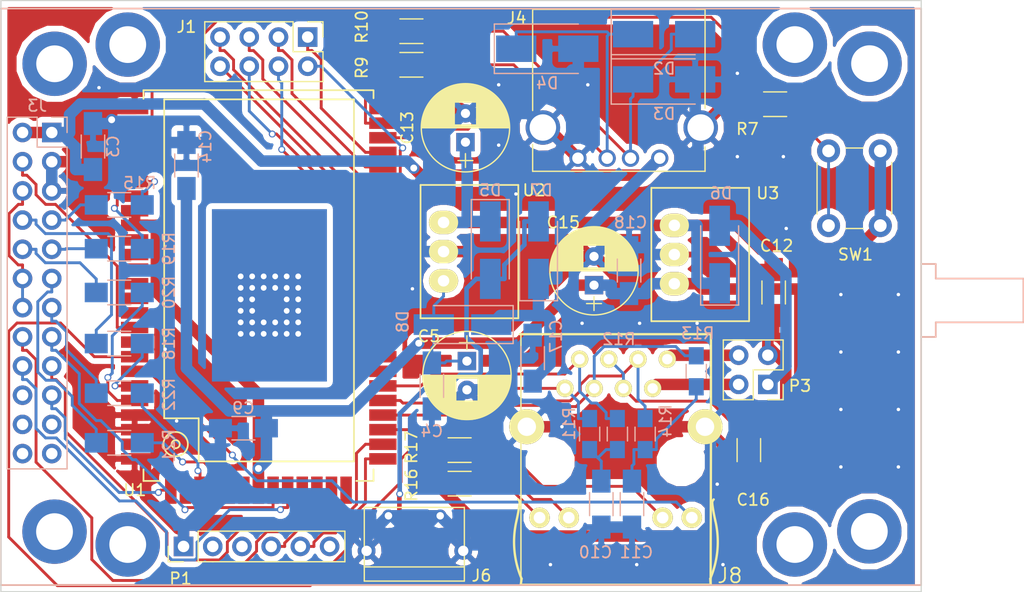
<source format=kicad_pcb>
(kicad_pcb (version 4) (host pcbnew 4.0.6)
  (layers (0 F.Cu signal) (31 B.Cu signal) (34 B.Paste user) (35 F.Paste user) (36 B.SilkS user) (37 F.SilkS user) (38 B.Mask user) (39 F.Mask user) (44 Edge.Cuts user))
  (net 0 "")
  (net 1 GND)
  (net 2 +3V3)
  (net 3 "Net-(C10-Pad1)")
  (net 4 "Net-(C11-Pad1)")
  (net 5 +24V)
  (net 6 "Net-(D2-Pad1)")
  (net 7 "Net-(D2-Pad2)")
  (net 8 "Net-(J1-Pad1)")
  (net 9 "Net-(J1-Pad2)")
  (net 10 "Net-(J1-Pad3)")
  (net 11 "Net-(J1-Pad4)")
  (net 12 "Net-(J1-Pad5)")
  (net 13 "Net-(J1-Pad6)")
  (net 14 "Net-(J1-Pad7)")
  (net 15 "Net-(J1-Pad8)")
  (net 16 /ETH0_TX+)
  (net 17 /ETH0_TX-)
  (net 18 /ETH0_RX+)
  (net 19 /ETH0_RX-)
  (net 20 /ETH_PWR+)
  (net 21 /ETH_PWR-)
  (net 22 "Net-(J8-Pad9)")
  (net 23 /ETH0_LED)
  (net 24 "Net-(J8-Pad11)")
  (net 25 /WLAN_LED)
  (net 26 /Omega_RX)
  (net 27 /Omega_TX)
  (net 28 "Net-(R7-Pad2)")
  (net 29 /USB+)
  (net 30 /USB-)
  (net 31 "Net-(C16-Pad1)")
  (net 32 /PPoE+)
  (net 33 /USBPWR)
  (net 34 +5V)
  (net 35 /LNA_EN_A)
  (net 36 "Net-(J3-Pad12)")
  (net 37 "Net-(J3-Pad7)")
  (net 38 "Net-(J3-Pad8)")
  (net 39 "Net-(J3-Pad9)")
  (net 40 "Net-(J3-Pad10)")
  (net 41 "Net-(J3-Pad11)")
  (net 42 "Net-(J3-Pad13)")
  (net 43 /SPI_CS1_RAK)
  (net 44 /SPI_MOSI)
  (net 45 /SPI_MISO)
  (net 46 /SPI_CLK)
  (net 47 /RAK_RESET)
  (net 48 /RADIO_EN_A)
  (net 49 /PA_G8)
  (net 50 /RADIO_EN_B)
  (net 51 /PA_G16)
  (net 52 /PA_EN_A)
  (net 53 /RADIO_RST)
  (net 54 /5VPWR)
  (module plan44:Stitching-VIA-0.6mm (layer F.Cu) (at 69.25 95)
    (fp_text reference VIA hide)
    (fp_text value Stitching-VIA-0.6mm hide)
    (pad 1 thru_hole circle (at 0 0) (size 0.6 0.6) (drill 0.3) (layers *.Cu) (net 1 GND))
  )
  (module plan44:Stitching-VIA-0.6mm (layer F.Cu) (at 116.25 100.5)
    (fp_text reference VIA hide)
    (fp_text value Stitching-VIA-0.6mm hide)
    (pad 1 thru_hole circle (at 0 0) (size 0.6 0.6) (drill 0.3) (layers *.Cu) (net 1 GND))
  )
  (module plan44:Stitching-VIA-0.6mm (layer F.Cu) (at 102.75 95.5)
    (fp_text reference VIA hide)
    (fp_text value Stitching-VIA-0.6mm hide)
    (pad 1 thru_hole circle (at 0 0) (size 0.6 0.6) (drill 0.3) (layers *.Cu) (net 1 GND))
  )
  (module plan44:Stitching-VIA-0.6mm (layer F.Cu) (at 89.75 83.5)
    (fp_text reference VIA hide)
    (fp_text value Stitching-VIA-0.6mm hide)
    (pad 1 thru_hole circle (at 0 0) (size 0.6 0.6) (drill 0.3) (layers *.Cu) (net 1 GND))
  )
  (module plan44:Stitching-VIA-0.6mm (layer F.Cu) (at 98.75 75.25)
    (fp_text reference VIA hide)
    (fp_text value Stitching-VIA-0.6mm hide)
    (pad 1 thru_hole circle (at 0 0) (size 0.6 0.6) (drill 0.3) (layers *.Cu) (net 1 GND))
  )
  (module plan44:Stitching-VIA-0.6mm (layer F.Cu) (at 97.25 71)
    (fp_text reference VIA hide)
    (fp_text value Stitching-VIA-0.6mm hide)
    (pad 1 thru_hole circle (at 0 0) (size 0.6 0.6) (drill 0.3) (layers *.Cu) (net 1 GND))
  )
  (module plan44:Stitching-VIA-0.6mm (layer F.Cu) (at 97.25 65.75)
    (fp_text reference VIA hide)
    (fp_text value Stitching-VIA-0.6mm hide)
    (pad 1 thru_hole circle (at 0 0) (size 0.6 0.6) (drill 0.3) (layers *.Cu) (net 1 GND))
  )
  (module plan44:Stitching-VIA-0.6mm (layer F.Cu) (at 122.25 78.25)
    (fp_text reference VIA hide)
    (fp_text value Stitching-VIA-0.6mm hide)
    (pad 1 thru_hole circle (at 0 0) (size 0.6 0.6) (drill 0.3) (layers *.Cu) (net 1 GND))
  )
  (module plan44:Stitching-VIA-0.6mm (layer F.Cu) (at 122 72)
    (fp_text reference VIA hide)
    (fp_text value Stitching-VIA-0.6mm hide)
    (pad 1 thru_hole circle (at 0 0) (size 0.6 0.6) (drill 0.3) (layers *.Cu) (net 1 GND))
  )
  (module plan44:Stitching-VIA-0.6mm (layer F.Cu) (at 118 72)
    (fp_text reference VIA hide)
    (fp_text value Stitching-VIA-0.6mm hide)
    (pad 1 thru_hole circle (at 0 0) (size 0.6 0.6) (drill 0.3) (layers *.Cu) (net 1 GND))
  )
  (module plan44:Stitching-VIA-0.6mm (layer F.Cu) (at 118 64.75)
    (fp_text reference VIA hide)
    (fp_text value Stitching-VIA-0.6mm hide)
    (pad 1 thru_hole circle (at 0 0) (size 0.6 0.6) (drill 0.3) (layers *.Cu) (net 1 GND))
  )
  (module plan44:Stitching-VIA-0.6mm (layer F.Cu) (at 105 65.75)
    (fp_text reference VIA hide)
    (fp_text value Stitching-VIA-0.6mm hide)
    (pad 1 thru_hole circle (at 0 0) (size 0.6 0.6) (drill 0.3) (layers *.Cu) (net 1 GND))
  )
  (module plan44:Stitching-VIA-0.6mm (layer F.Cu) (at 114.5 86.5)
    (fp_text reference VIA hide)
    (fp_text value Stitching-VIA-0.6mm hide)
    (pad 1 thru_hole circle (at 0 0) (size 0.6 0.6) (drill 0.3) (layers *.Cu) (net 1 GND))
  )
  (module plan44:Stitching-VIA-0.6mm (layer F.Cu) (at 109.5 86.5)
    (fp_text reference VIA hide)
    (fp_text value Stitching-VIA-0.6mm hide)
    (pad 1 thru_hole circle (at 0 0) (size 0.6 0.6) (drill 0.3) (layers *.Cu) (net 1 GND))
  )
  (module plan44:Stitching-VIA-0.6mm (layer F.Cu) (at 104.5 86.5)
    (fp_text reference VIA hide)
    (fp_text value Stitching-VIA-0.6mm hide)
    (pad 1 thru_hole circle (at 0 0) (size 0.6 0.6) (drill 0.3) (layers *.Cu) (net 1 GND))
  )
  (module plan44:Stitching-VIA-0.6mm (layer F.Cu) (at 132 84)
    (fp_text reference VIA hide)
    (fp_text value Stitching-VIA-0.6mm hide)
    (pad 1 thru_hole circle (at 0 0) (size 0.6 0.6) (drill 0.3) (layers *.Cu) (net 1 GND))
  )
  (module plan44:Stitching-VIA-0.6mm (layer F.Cu) (at 127 84)
    (fp_text reference VIA hide)
    (fp_text value Stitching-VIA-0.6mm hide)
    (pad 1 thru_hole circle (at 0 0) (size 0.6 0.6) (drill 0.3) (layers *.Cu) (net 1 GND))
  )
  (module plan44:Stitching-VIA-0.6mm (layer F.Cu) (at 132 89)
    (fp_text reference VIA hide)
    (fp_text value Stitching-VIA-0.6mm hide)
    (pad 1 thru_hole circle (at 0 0) (size 0.6 0.6) (drill 0.3) (layers *.Cu) (net 1 GND))
  )
  (module plan44:Stitching-VIA-0.6mm (layer F.Cu) (at 127 89)
    (fp_text reference VIA hide)
    (fp_text value Stitching-VIA-0.6mm hide)
    (pad 1 thru_hole circle (at 0 0) (size 0.6 0.6) (drill 0.3) (layers *.Cu) (net 1 GND))
  )
  (module plan44:Stitching-VIA-0.6mm (layer F.Cu) (at 132 94)
    (fp_text reference VIA hide)
    (fp_text value Stitching-VIA-0.6mm hide)
    (pad 1 thru_hole circle (at 0 0) (size 0.6 0.6) (drill 0.3) (layers *.Cu) (net 1 GND))
  )
  (module plan44:Stitching-VIA-0.6mm (layer F.Cu) (at 127 94)
    (fp_text reference VIA hide)
    (fp_text value Stitching-VIA-0.6mm hide)
    (pad 1 thru_hole circle (at 0 0) (size 0.6 0.6) (drill 0.3) (layers *.Cu) (net 1 GND))
  )
  (module plan44:Stitching-VIA-0.6mm (layer F.Cu) (at 132 99)
    (fp_text reference VIA hide)
    (fp_text value Stitching-VIA-0.6mm hide)
    (pad 1 thru_hole circle (at 0 0) (size 0.6 0.6) (drill 0.3) (layers *.Cu) (net 1 GND))
  )
  (module plan44:Stitching-VIA-0.6mm (layer F.Cu) (at 127 99)
    (fp_text reference VIA hide)
    (fp_text value Stitching-VIA-0.6mm hide)
    (pad 1 thru_hole circle (at 0 0) (size 0.6 0.6) (drill 0.3) (layers *.Cu) (net 1 GND))
  )
  (module plan44:Stitching-VIA-0.6mm (layer F.Cu) (at 116.75 107.5)
    (fp_text reference VIA hide)
    (fp_text value Stitching-VIA-0.6mm hide)
    (pad 1 thru_hole circle (at 0 0) (size 0.6 0.6) (drill 0.3) (layers *.Cu) (net 1 GND))
  )
  (module plan44:Stitching-VIA-0.6mm (layer F.Cu) (at 109.25 107.5)
    (fp_text reference VIA hide)
    (fp_text value Stitching-VIA-0.6mm hide)
    (pad 1 thru_hole circle (at 0 0) (size 0.6 0.6) (drill 0.3) (layers *.Cu) (net 1 GND))
  )
  (module plan44:Stitching-VIA-0.6mm (layer F.Cu) (at 101.75 107.5)
    (fp_text reference VIA hide)
    (fp_text value Stitching-VIA-0.6mm hide)
    (pad 1 thru_hole circle (at 0 0) (size 0.6 0.6) (drill 0.3) (layers *.Cu) (net 1 GND))
  )
  (module plan44:Stitching-VIA-0.6mm (layer F.Cu) (at 68.25 88.75)
    (fp_text reference VIA hide)
    (fp_text value Stitching-VIA-0.6mm hide)
    (pad 1 thru_hole circle (at 0 0) (size 0.6 0.6) (drill 0.3) (layers *.Cu) (net 1 GND))
  )
  (module Capacitors_SMD:C_1206_HandSoldering (layer B.Cu) (at 61.976 71.12 90)
    (fp_text reference C3 (at 0 1.75 90) (layer B.SilkS) (effects (justify mirror)))
    (fp_text value 100nF)
    (pad 1 smd rect (at -2 0 90) (size 2 1.6) (layers B.Cu B.Paste B.Mask) (net 34 +5V))
    (pad 2 smd rect (at 2 0 90) (size 2 1.6) (layers B.Cu B.Paste B.Mask) (net 1 GND))
  )
  (module Capacitors_SMD:C_1206_HandSoldering (layer B.Cu) (at 91.44 91.948 270)
    (fp_text reference C4 (at 3.937 0 360) (layer B.SilkS) (effects (justify mirror)))
    (fp_text value 100nF)
    (pad 1 smd rect (at -2 0 270) (size 2 1.6) (layers B.Cu B.Paste B.Mask) (net 54 /5VPWR))
    (pad 2 smd rect (at 2 0 270) (size 2 1.6) (layers B.Cu B.Paste B.Mask) (net 1 GND))
  )
  (module Capacitors_ThroughHole:CP_Radial_D7.5mm_P2.50mm (layer F.Cu) (at 94.488 89.789 270)
    (fp_text reference C5 (at -2.159 3.302 360) (layer F.SilkS))
    (fp_text value "22uF 25V")
    (pad 1 thru_hole rect (at 0 0 270) (size 1.6 1.6) (drill 0.8) (layers *.Cu *.Mask) (net 54 /5VPWR))
    (pad 2 thru_hole circle (at 2.5 0 270) (size 1.6 1.6) (drill 0.8) (layers *.Cu *.Mask) (net 1 GND))
  )
  (module Capacitors_SMD:C_1206_HandSoldering (layer B.Cu) (at 75.057 95.631 180)
    (fp_text reference C9 (at 0 1.75 180) (layer B.SilkS) (effects (justify mirror)))
    (fp_text value 100nF)
    (pad 1 smd rect (at -2 0 180) (size 2 1.6) (layers B.Cu B.Paste B.Mask) (net 2 +3V3))
    (pad 2 smd rect (at 2 0 180) (size 2 1.6) (layers B.Cu B.Paste B.Mask) (net 1 GND))
  )
  (module Capacitors_SMD:C_1206_HandSoldering (layer B.Cu) (at 106.172 102.235 270)
    (fp_text reference C10 (at 4.191 0.508 360) (layer B.SilkS) (effects (justify mirror)))
    (fp_text value 100nF)
    (pad 1 smd rect (at -2 0 270) (size 2 1.6) (layers B.Cu B.Paste B.Mask) (net 3 "Net-(C10-Pad1)"))
    (pad 2 smd rect (at 2 0 270) (size 2 1.6) (layers B.Cu B.Paste B.Mask) (net 1 GND))
  )
  (module Capacitors_SMD:C_1206_HandSoldering (layer B.Cu) (at 108.839 102.235 270)
    (fp_text reference C11 (at 4.191 -0.381 360) (layer B.SilkS) (effects (justify mirror)))
    (fp_text value 100nF)
    (pad 1 smd rect (at -2 0 270) (size 2 1.6) (layers B.Cu B.Paste B.Mask) (net 4 "Net-(C11-Pad1)"))
    (pad 2 smd rect (at 2 0 270) (size 2 1.6) (layers B.Cu B.Paste B.Mask) (net 1 GND))
  )
  (module Capacitors_SMD:C_1206_HandSoldering (layer F.Cu) (at 121.158 83.82 270)
    (fp_text reference C12 (at -4.064 -0.254 360) (layer F.SilkS))
    (fp_text value 100nF)
    (pad 1 smd rect (at -2 0 270) (size 2 1.6) (layers F.Cu F.Paste F.Mask) (net 5 +24V))
    (pad 2 smd rect (at 2 0 270) (size 2 1.6) (layers F.Cu F.Paste F.Mask) (net 1 GND))
  )
  (module Capacitors_ThroughHole:CP_Radial_D7.5mm_P2.50mm (layer F.Cu) (at 94.361 70.739 90)
    (fp_text reference C13 (at 1.25 -5.06 90) (layer F.SilkS))
    (fp_text value "10uF 50VDC")
    (pad 1 thru_hole rect (at 0 0 90) (size 1.6 1.6) (drill 0.8) (layers *.Cu *.Mask) (net 5 +24V))
    (pad 2 thru_hole circle (at 2.5 0 90) (size 1.6 1.6) (drill 0.8) (layers *.Cu *.Mask) (net 1 GND))
  )
  (module Capacitors_SMD:C_1206_HandSoldering (layer B.Cu) (at 70.104 72.771 90)
    (fp_text reference C14 (at 1.651 1.651 90) (layer B.SilkS) (effects (justify mirror)))
    (fp_text value 100nF)
    (pad 1 smd rect (at -2 0 90) (size 2 1.6) (layers B.Cu B.Paste B.Mask) (net 2 +3V3))
    (pad 2 smd rect (at 2 0 90) (size 2 1.6) (layers B.Cu B.Paste B.Mask) (net 1 GND))
  )
  (module Capacitors_ThroughHole:CP_Radial_D7.5mm_P2.50mm (layer F.Cu) (at 105.537 83.185 90)
    (fp_text reference C15 (at 5.461 -2.667 180) (layer F.SilkS))
    (fp_text value "22uF 25V")
    (pad 1 thru_hole rect (at 0 0 90) (size 1.6 1.6) (drill 0.8) (layers *.Cu *.Mask) (net 2 +3V3))
    (pad 2 thru_hole circle (at 2.5 0 90) (size 1.6 1.6) (drill 0.8) (layers *.Cu *.Mask) (net 1 GND))
  )
  (module Capacitors_SMD:C_1206_HandSoldering (layer F.Cu) (at 118.999 97.536 270)
    (fp_text reference C16 (at 4.318 -0.381 360) (layer F.SilkS))
    (fp_text value 1uF)
    (pad 1 smd rect (at -2 0 270) (size 2 1.6) (layers F.Cu F.Paste F.Mask) (net 31 "Net-(C16-Pad1)"))
    (pad 2 smd rect (at 2 0 270) (size 2 1.6) (layers F.Cu F.Paste F.Mask) (net 1 GND))
  )
  (module Capacitors_SMD:C_1206_HandSoldering (layer B.Cu) (at 100.203 89.535 90)
    (fp_text reference C17 (at 1.905 2.032 270) (layer B.SilkS) (effects (justify mirror)))
    (fp_text value 100nF)
    (pad 1 smd rect (at -2 0 90) (size 2 1.6) (layers B.Cu B.Paste B.Mask) (net 34 +5V))
    (pad 2 smd rect (at 2 0 90) (size 2 1.6) (layers B.Cu B.Paste B.Mask) (net 1 GND))
  )
  (module Capacitors_SMD:C_1206_HandSoldering (layer B.Cu) (at 108.585 81.915 90)
    (fp_text reference C18 (at 4.191 0.127 180) (layer B.SilkS) (effects (justify mirror)))
    (fp_text value 100nF)
    (pad 1 smd rect (at -2 0 90) (size 2 1.6) (layers B.Cu B.Paste B.Mask) (net 2 +3V3))
    (pad 2 smd rect (at 2 0 90) (size 2 1.6) (layers B.Cu B.Paste B.Mask) (net 1 GND))
  )
  (module Diodes_SMD:D_SMB_Handsoldering (layer B.Cu) (at 111.633 61.341)
    (fp_text reference D2 (at 0 3) (layer B.SilkS) (effects (justify mirror)))
    (fp_text value DO-214AA)
    (pad 1 smd rect (at -2.7 0) (size 3.5 2.3) (layers B.Cu B.Paste B.Mask) (net 6 "Net-(D2-Pad1)"))
    (pad 2 smd rect (at 2.7 0) (size 3.5 2.3) (layers B.Cu B.Paste B.Mask) (net 7 "Net-(D2-Pad2)"))
  )
  (module Diodes_SMD:D_SMB_Handsoldering (layer B.Cu) (at 111.633 65.278)
    (fp_text reference D3 (at 0 3) (layer B.SilkS) (effects (justify mirror)))
    (fp_text value DO-214AA)
    (pad 1 smd rect (at -2.7 0) (size 3.5 2.3) (layers B.Cu B.Paste B.Mask) (net 7 "Net-(D2-Pad2)"))
    (pad 2 smd rect (at 2.7 0) (size 3.5 2.3) (layers B.Cu B.Paste B.Mask) (net 1 GND))
  )
  (module Diodes_SMD:D_SMB_Handsoldering (layer B.Cu) (at 101.473 62.611)
    (fp_text reference D4 (at 0 3) (layer B.SilkS) (effects (justify mirror)))
    (fp_text value DO-214AA)
    (pad 1 smd rect (at -2.7 0) (size 3.5 2.3) (layers B.Cu B.Paste B.Mask) (net 6 "Net-(D2-Pad1)"))
    (pad 2 smd rect (at 2.7 0) (size 3.5 2.3) (layers B.Cu B.Paste B.Mask) (net 1 GND))
  )
  (module Diodes_SMD:D_SMA_Handsoldering (layer B.Cu) (at 96.52 80.137 270)
    (fp_text reference D5 (at -5.207 0 360) (layer B.SilkS) (effects (justify mirror)))
    (fp_text value STPS1L30A)
    (pad 1 smd rect (at -2.5 0 270) (size 3.5 1.8) (layers B.Cu B.Paste B.Mask) (net 5 +24V))
    (pad 2 smd rect (at 2.5 0 270) (size 3.5 1.8) (layers B.Cu B.Paste B.Mask) (net 33 /USBPWR))
  )
  (module Diodes_SMD:D_SMA_Handsoldering (layer B.Cu) (at 116.459 80.518 90)
    (fp_text reference D6 (at 5.334 0.127 180) (layer B.SilkS) (effects (justify mirror)))
    (fp_text value STPS1L30A)
    (pad 1 smd rect (at -2.5 0 90) (size 3.5 1.8) (layers B.Cu B.Paste B.Mask) (net 5 +24V))
    (pad 2 smd rect (at 2.5 0 90) (size 3.5 1.8) (layers B.Cu B.Paste B.Mask) (net 32 /PPoE+))
  )
  (module Diodes_SMD:D_SMA_Handsoldering (layer B.Cu) (at 100.711 80.137 90)
    (fp_text reference D7 (at 5.207 0.254 180) (layer B.SilkS) (effects (justify mirror)))
    (fp_text value STPS1L30A)
    (pad 1 smd rect (at -2.5 0 90) (size 3.5 1.8) (layers B.Cu B.Paste B.Mask) (net 34 +5V))
    (pad 2 smd rect (at 2.5 0 90) (size 3.5 1.8) (layers B.Cu B.Paste B.Mask) (net 33 /USBPWR))
  )
  (module Diodes_SMD:D_SMA_Handsoldering (layer B.Cu) (at 94.107 86.614 180)
    (fp_text reference D8 (at 5.207 0.254 270) (layer B.SilkS) (effects (justify mirror)))
    (fp_text value STPS1L30A)
    (pad 1 smd rect (at -2.5 0 180) (size 3.5 1.8) (layers B.Cu B.Paste B.Mask) (net 34 +5V))
    (pad 2 smd rect (at 2.5 0 180) (size 3.5 1.8) (layers B.Cu B.Paste B.Mask) (net 54 /5VPWR))
  )
  (module Pin_Headers:Pin_Header_Straight_2x04_Pitch2.54mm (layer F.Cu) (at 80.645 61.595 270)
    (fp_text reference J1 (at -0.889 10.541 360) (layer F.SilkS))
    (fp_text value CONN_02X04)
    (pad 1 thru_hole rect (at 0 0 270) (size 1.7 1.7) (drill 1) (layers *.Cu *.Mask) (net 8 "Net-(J1-Pad1)"))
    (pad 2 thru_hole oval (at 2.54 0 270) (size 1.7 1.7) (drill 1) (layers *.Cu *.Mask) (net 9 "Net-(J1-Pad2)"))
    (pad 3 thru_hole oval (at 0 2.54 270) (size 1.7 1.7) (drill 1) (layers *.Cu *.Mask) (net 10 "Net-(J1-Pad3)"))
    (pad 4 thru_hole oval (at 2.54 2.54 270) (size 1.7 1.7) (drill 1) (layers *.Cu *.Mask) (net 11 "Net-(J1-Pad4)"))
    (pad 5 thru_hole oval (at 0 5.08 270) (size 1.7 1.7) (drill 1) (layers *.Cu *.Mask) (net 12 "Net-(J1-Pad5)"))
    (pad 6 thru_hole oval (at 2.54 5.08 270) (size 1.7 1.7) (drill 1) (layers *.Cu *.Mask) (net 13 "Net-(J1-Pad6)"))
    (pad 7 thru_hole oval (at 0 7.62 270) (size 1.7 1.7) (drill 1) (layers *.Cu *.Mask) (net 14 "Net-(J1-Pad7)"))
    (pad 8 thru_hole oval (at 2.54 7.62 270) (size 1.7 1.7) (drill 1) (layers *.Cu *.Mask) (net 15 "Net-(J1-Pad8)"))
  )
  (module plan44:RAK831 (layer B.Cu) (at 58.674 63.5)
    (fp_text reference J3 (at -1.55 4.07 180) (layer B.SilkS) (effects (justify mirror)))
    (fp_text value RAK831)
    (pad 1 thru_hole rect (at -0.28 6.4 180) (size 1.7 1.7) (drill 1) (layers *.Cu *.Mask) (net 34 +5V))
    (pad 2 thru_hole oval (at -2.82 6.4 180) (size 1.7 1.7) (drill 1) (layers *.Cu *.Mask) (net 34 +5V))
    (pad 3 thru_hole oval (at -0.28 8.94 180) (size 1.7 1.7) (drill 1) (layers *.Cu *.Mask) (net 1 GND))
    (pad 4 thru_hole oval (at -2.82 8.94 180) (size 1.7 1.7) (drill 1) (layers *.Cu *.Mask) (net 35 /LNA_EN_A))
    (pad 5 thru_hole oval (at -0.28 11.48 180) (size 1.7 1.7) (drill 1) (layers *.Cu *.Mask) (net 1 GND))
    (pad 6 thru_hole oval (at -2.82 11.48 180) (size 1.7 1.7) (drill 1) (layers *.Cu *.Mask) (net 36 "Net-(J3-Pad12)"))
    (pad 7 thru_hole oval (at -0.28 14.02 180) (size 1.7 1.7) (drill 1) (layers *.Cu *.Mask) (net 37 "Net-(J3-Pad7)"))
    (pad 8 thru_hole oval (at -2.82 14.02 180) (size 1.7 1.7) (drill 1) (layers *.Cu *.Mask) (net 38 "Net-(J3-Pad8)"))
    (pad 9 thru_hole oval (at -0.28 16.56 180) (size 1.7 1.7) (drill 1) (layers *.Cu *.Mask) (net 39 "Net-(J3-Pad9)"))
    (pad 10 thru_hole oval (at -2.82 16.56 180) (size 1.7 1.7) (drill 1) (layers *.Cu *.Mask) (net 40 "Net-(J3-Pad10)"))
    (pad 11 thru_hole oval (at -0.28 19.1 180) (size 1.7 1.7) (drill 1) (layers *.Cu *.Mask) (net 41 "Net-(J3-Pad11)"))
    (pad 12 thru_hole oval (at -2.82 19.1 180) (size 1.7 1.7) (drill 1) (layers *.Cu *.Mask) (net 36 "Net-(J3-Pad12)"))
    (pad 13 thru_hole oval (at -0.28 21.64 180) (size 1.7 1.7) (drill 1) (layers *.Cu *.Mask) (net 42 "Net-(J3-Pad13)"))
    (pad 14 thru_hole oval (at -2.82 21.64 180) (size 1.7 1.7) (drill 1) (layers *.Cu *.Mask) (net 36 "Net-(J3-Pad12)"))
    (pad 15 thru_hole oval (at -0.28 24.18 180) (size 1.7 1.7) (drill 1) (layers *.Cu *.Mask) (net 43 /SPI_CS1_RAK))
    (pad 16 thru_hole oval (at -2.82 24.18 180) (size 1.7 1.7) (drill 1) (layers *.Cu *.Mask) (net 44 /SPI_MOSI))
    (pad 17 thru_hole oval (at -0.28 26.72 180) (size 1.7 1.7) (drill 1) (layers *.Cu *.Mask) (net 45 /SPI_MISO))
    (pad 18 thru_hole oval (at -2.82 26.72 180) (size 1.7 1.7) (drill 1) (layers *.Cu *.Mask) (net 46 /SPI_CLK))
    (pad 19 thru_hole oval (at -0.28 29.26 180) (size 1.7 1.7) (drill 1) (layers *.Cu *.Mask) (net 47 /RAK_RESET))
    (pad 20 thru_hole oval (at -2.82 29.26 180) (size 1.7 1.7) (drill 1) (layers *.Cu *.Mask))
    (pad 21 thru_hole oval (at -0.28 31.8 180) (size 1.7 1.7) (drill 1) (layers *.Cu *.Mask))
    (pad 22 thru_hole oval (at -2.82 31.8 180) (size 1.7 1.7) (drill 1) (layers *.Cu *.Mask))
    (pad 23 thru_hole oval (at -0.28 34.34 180) (size 1.7 1.7) (drill 1) (layers *.Cu *.Mask))
    (pad 24 thru_hole oval (at -2.82 34.34 180) (size 1.7 1.7) (drill 1) (layers *.Cu *.Mask))
    (pad "" thru_hole circle (at 70.8 41.11) (size 5.6 5.6) (drill 3.2) (layers *.Cu *.Mask))
    (pad "" thru_hole circle (at 70.82 0.41) (size 5.6 5.6) (drill 3.2) (layers *.Cu *.Mask))
    (pad "" thru_hole circle (at -0.03 0.42) (size 5.6 5.6) (drill 3.2) (layers *.Cu *.Mask))
    (pad "" thru_hole circle (at -0.04 41.13) (size 5.6 5.6) (drill 3.2) (layers *.Cu *.Mask))
  )
  (module Connect:USB_A (layer F.Cu) (at 111.252 72.136 180)
    (fp_text reference J4 (at 12.446 12.192 180) (layer F.SilkS))
    (fp_text value USB_A)
    (pad 4 thru_hole circle (at 7.11 0 90) (size 1.5 1.5) (drill 1) (layers *.Cu *.Mask) (net 1 GND))
    (pad 3 thru_hole circle (at 4.57 0 90) (size 1.5 1.5) (drill 1) (layers *.Cu *.Mask) (net 6 "Net-(D2-Pad1)"))
    (pad 2 thru_hole circle (at 2.54 0 90) (size 1.5 1.5) (drill 1) (layers *.Cu *.Mask) (net 7 "Net-(D2-Pad2)"))
    (pad 1 thru_hole circle (at 0 0 90) (size 1.5 1.5) (drill 1) (layers *.Cu *.Mask) (net 34 +5V))
    (pad 5 thru_hole circle (at 10.16 2.67 90) (size 3 3) (drill 2.3) (layers *.Cu *.Mask) (net 1 GND))
    (pad 5 thru_hole circle (at -3.56 2.67 90) (size 3 3) (drill 2.3) (layers *.Cu *.Mask) (net 1 GND))
  )
  (module plan44:USB_Micro-B-SMD (layer F.Cu) (at 89.916 104.902)
    (fp_text reference J6 (at 5.842 3.556) (layer F.SilkS))
    (fp_text value USB_Micro_AB)
    (pad 6 thru_hole circle (at -2.25 -1.65) (size 1.1 1.1) (drill 0.65) (layers *.Cu *.Mask) (net 1 GND))
    (pad 1 smd rect (at -1.3 -1.35 90) (size 1.35 0.4) (layers F.Cu F.Paste F.Mask) (net 33 /USBPWR))
    (pad 2 smd rect (at -0.65 -1.35 90) (size 1.35 0.4) (layers F.Cu F.Paste F.Mask))
    (pad 3 smd rect (at 0 -1.35 90) (size 1.35 0.4) (layers F.Cu F.Paste F.Mask))
    (pad 4 smd rect (at 0.65 -1.35 90) (size 1.35 0.4) (layers F.Cu F.Paste F.Mask))
    (pad 5 smd rect (at 1.3 -1.35 90) (size 1.35 0.4) (layers F.Cu F.Paste F.Mask) (net 1 GND))
    (pad 6 thru_hole circle (at -4.15 1.4 90) (size 1.55 1.55) (drill 0.9) (layers *.Cu *.Mask) (net 1 GND))
    (pad 6 thru_hole circle (at 4.25 1.4 90) (size 1.55 1.55) (drill 0.9) (layers *.Cu *.Mask) (net 1 GND))
    (pad 6 thru_hole circle (at 2.25 -1.65) (size 1.1 1.1) (drill 0.65) (layers *.Cu *.Mask) (net 1 GND))
  )
  (module plan44:HLJ-6115ANL (layer F.Cu) (at 106.172 98.044 180)
    (fp_text reference J8 (at -11.176 -10.414 360) (layer F.SilkS) (effects (font (size 1.27 1.27))))
    (fp_text value HLJ-6115ANL)
    (pad "" np_thru_hole circle (at 4.45 -0.5 180) (size 3.25 3.25) (drill 3.25) (layers *.Cu *.Mask))
    (pad 1 thru_hole circle (at 3.15468 5.8801 180) (size 1.4986 1.4986) (drill 0.89916) (layers *.Cu *.Mask F.Paste F.SilkS) (net 16 /ETH0_TX+))
    (pad 2 thru_hole circle (at 1.88468 8.4201 180) (size 1.4986 1.4986) (drill 0.89916) (layers *.Cu *.Mask F.Paste F.SilkS) (net 17 /ETH0_TX-))
    (pad 3 thru_hole circle (at 0.61468 5.8801 180) (size 1.4986 1.4986) (drill 0.89916) (layers *.Cu *.Mask F.Paste F.SilkS) (net 18 /ETH0_RX+))
    (pad 4 thru_hole circle (at -0.65278 8.4201 180) (size 1.4986 1.4986) (drill 0.89916) (layers *.Cu *.Mask F.Paste F.SilkS) (net 31 "Net-(C16-Pad1)"))
    (pad 5 thru_hole circle (at -1.92278 5.8801 180) (size 1.4986 1.4986) (drill 0.89916) (layers *.Cu *.Mask F.Paste F.SilkS) (net 31 "Net-(C16-Pad1)"))
    (pad 6 thru_hole circle (at -3.19278 8.4201 180) (size 1.4986 1.4986) (drill 0.89916) (layers *.Cu *.Mask F.Paste F.SilkS) (net 19 /ETH0_RX-))
    (pad 7 thru_hole circle (at -4.46278 5.8801 180) (size 1.4986 1.4986) (drill 0.89916) (layers *.Cu *.Mask F.Paste F.SilkS) (net 20 /ETH_PWR+))
    (pad 8 thru_hole circle (at -5.73278 8.4201 180) (size 1.4986 1.4986) (drill 0.89916) (layers *.Cu *.Mask F.Paste F.SilkS) (net 21 /ETH_PWR-))
    (pad 9 thru_hole circle (at 5.36956 -5.36956 180) (size 1.778 1.778) (drill 1.016) (layers *.Cu *.Mask F.Paste F.SilkS) (net 22 "Net-(J8-Pad9)"))
    (pad 10 thru_hole circle (at 2.82956 -5.36956 180) (size 1.778 1.778) (drill 1.016) (layers *.Cu *.Mask F.Paste F.SilkS) (net 23 /ETH0_LED))
    (pad 11 thru_hole circle (at -5.32892 -5.36956 180) (size 1.778 1.778) (drill 1.016) (layers *.Cu *.Mask F.Paste F.SilkS) (net 24 "Net-(J8-Pad11)"))
    (pad 12 thru_hole circle (at -7.86892 -5.36956 180) (size 1.778 1.778) (drill 1.016) (layers *.Cu *.Mask F.Paste F.SilkS) (net 25 /WLAN_LED))
    (pad S1 thru_hole circle (at 6.477 2.54 180) (size 3.048 3.048) (drill 1.59766) (layers *.Cu *.Mask F.Paste F.SilkS) (net 1 GND))
    (pad S2 thru_hole circle (at -9.017 2.54 180) (size 3.048 3.048) (drill 1.59766) (layers *.Cu *.Mask F.Paste F.SilkS) (net 1 GND))
    (pad "" np_thru_hole circle (at -6.95 -0.5 180) (size 3.25 3.25) (drill 3.25) (layers *.Cu *.Mask))
  )
  (module Mounting_Holes:MountingHole_3.2mm_M3_DIN965_Pad (layer F.Cu) (at 65 62.25)
    (fp_text reference MH1 hide)
    (fp_text value CONN_01X01)
    (pad 1 thru_hole circle (at 0 0) (size 5.6 5.6) (drill 3.2) (layers *.Cu *.Mask))
  )
  (module Mounting_Holes:MountingHole_3.2mm_M3_DIN965_Pad (layer F.Cu) (at 123 62.25)
    (fp_text reference MH2 hide)
    (fp_text value CONN_01X01)
    (pad 1 thru_hole circle (at 0 0) (size 5.6 5.6) (drill 3.2) (layers *.Cu *.Mask))
  )
  (module Mounting_Holes:MountingHole_3.2mm_M3_DIN965_Pad (layer F.Cu) (at 65 105.75)
    (fp_text reference MH3 hide)
    (fp_text value CONN_01X01)
    (pad 1 thru_hole circle (at 0 0) (size 5.6 5.6) (drill 3.2) (layers *.Cu *.Mask))
  )
  (module Mounting_Holes:MountingHole_3.2mm_M3_DIN965_Pad (layer F.Cu) (at 123 105.75)
    (fp_text reference MH4 hide)
    (fp_text value CONN_01X01)
    (pad 1 thru_hole circle (at 0 0) (size 5.6 5.6) (drill 3.2) (layers *.Cu *.Mask))
  )
  (module Pin_Headers:Pin_Header_Straight_1x06_Pitch2.54mm (layer F.Cu) (at 69.85 105.918 90)
    (fp_text reference P1 (at -2.794 -0.254 180) (layer F.SilkS))
    (fp_text value FDI_Cable)
    (pad 1 thru_hole rect (at 0 0 90) (size 1.7 1.7) (drill 1) (layers *.Cu *.Mask) (net 1 GND))
    (pad 2 thru_hole oval (at 0 2.54 90) (size 1.7 1.7) (drill 1) (layers *.Cu *.Mask))
    (pad 3 thru_hole oval (at 0 5.08 90) (size 1.7 1.7) (drill 1) (layers *.Cu *.Mask))
    (pad 4 thru_hole oval (at 0 7.62 90) (size 1.7 1.7) (drill 1) (layers *.Cu *.Mask) (net 26 /Omega_RX))
    (pad 5 thru_hole oval (at 0 10.16 90) (size 1.7 1.7) (drill 1) (layers *.Cu *.Mask) (net 27 /Omega_TX))
    (pad 6 thru_hole oval (at 0 12.7 90) (size 1.7 1.7) (drill 1) (layers *.Cu *.Mask))
  )
  (module Pin_Headers:Pin_Header_Straight_2x02_Pitch2.54mm (layer F.Cu) (at 120.65 91.821 180)
    (fp_text reference P3 (at -2.794 -0.127 180) (layer F.SilkS))
    (fp_text value CONN_02X02)
    (pad 1 thru_hole rect (at 0 0 180) (size 1.7 1.7) (drill 1) (layers *.Cu *.Mask) (net 32 /PPoE+))
    (pad 2 thru_hole oval (at 2.54 0 180) (size 1.7 1.7) (drill 1) (layers *.Cu *.Mask) (net 20 /ETH_PWR+))
    (pad 3 thru_hole oval (at 0 2.54 180) (size 1.7 1.7) (drill 1) (layers *.Cu *.Mask) (net 1 GND))
    (pad 4 thru_hole oval (at 2.54 2.54 180) (size 1.7 1.7) (drill 1) (layers *.Cu *.Mask) (net 21 /ETH_PWR-))
  )
  (module Resistors_SMD:R_1206_HandSoldering (layer F.Cu) (at 121.285 67.437)
    (fp_text reference R7 (at -2.413 2.159 180) (layer F.SilkS))
    (fp_text value 10k)
    (pad 1 smd rect (at -2 0) (size 2 1.7) (layers F.Cu F.Paste F.Mask) (net 1 GND))
    (pad 2 smd rect (at 2 0) (size 2 1.7) (layers F.Cu F.Paste F.Mask) (net 28 "Net-(R7-Pad2)"))
  )
  (module Resistors_SMD:R_1206_HandSoldering (layer F.Cu) (at 89.662 64.008)
    (fp_text reference R9 (at -4.318 0.254 90) (layer F.SilkS))
    (fp_text value 47R)
    (pad 1 smd rect (at -2 0) (size 2 1.7) (layers F.Cu F.Paste F.Mask) (net 29 /USB+))
    (pad 2 smd rect (at 2 0) (size 2 1.7) (layers F.Cu F.Paste F.Mask) (net 6 "Net-(D2-Pad1)"))
  )
  (module Resistors_SMD:R_1206_HandSoldering (layer F.Cu) (at 89.662 61.087)
    (fp_text reference R10 (at -4.318 -0.381 90) (layer F.SilkS))
    (fp_text value 47R)
    (pad 1 smd rect (at -2 0) (size 2 1.7) (layers F.Cu F.Paste F.Mask) (net 30 /USB-))
    (pad 2 smd rect (at 2 0) (size 2 1.7) (layers F.Cu F.Paste F.Mask) (net 7 "Net-(D2-Pad2)"))
  )
  (module Resistors_SMD:R_0805_HandSoldering (layer B.Cu) (at 105.156 96.139 90)
    (fp_text reference R11 (at 0.889 -1.778 90) (layer B.SilkS) (effects (justify mirror)))
    (fp_text value 49.9_1%)
    (pad 1 smd rect (at -1.35 0 90) (size 1.5 1.3) (layers B.Cu B.Paste B.Mask) (net 3 "Net-(C10-Pad1)"))
    (pad 2 smd rect (at 1.35 0 90) (size 1.5 1.3) (layers B.Cu B.Paste B.Mask) (net 16 /ETH0_TX+))
  )
  (module Resistors_SMD:R_0805_HandSoldering (layer B.Cu) (at 107.569 96.139 90)
    (fp_text reference R12 (at 8.255 0.127 180) (layer B.SilkS) (effects (justify mirror)))
    (fp_text value 49.9_1%)
    (pad 1 smd rect (at -1.35 0 90) (size 1.5 1.3) (layers B.Cu B.Paste B.Mask) (net 3 "Net-(C10-Pad1)"))
    (pad 2 smd rect (at 1.35 0 90) (size 1.5 1.3) (layers B.Cu B.Paste B.Mask) (net 17 /ETH0_TX-))
  )
  (module Resistors_SMD:R_0805_HandSoldering (layer B.Cu) (at 114.427 90.678 90)
    (fp_text reference R13 (at 3.302 0.127 180) (layer B.SilkS) (effects (justify mirror)))
    (fp_text value 49.9_1%)
    (pad 1 smd rect (at -1.35 0 90) (size 1.5 1.3) (layers B.Cu B.Paste B.Mask) (net 4 "Net-(C11-Pad1)"))
    (pad 2 smd rect (at 1.35 0 90) (size 1.5 1.3) (layers B.Cu B.Paste B.Mask) (net 18 /ETH0_RX+))
  )
  (module Resistors_SMD:R_0805_HandSoldering (layer B.Cu) (at 109.982 96.139 90)
    (fp_text reference R14 (at 1.143 1.778 90) (layer B.SilkS) (effects (justify mirror)))
    (fp_text value 49.9_1%)
    (pad 1 smd rect (at -1.35 0 90) (size 1.5 1.3) (layers B.Cu B.Paste B.Mask) (net 4 "Net-(C11-Pad1)"))
    (pad 2 smd rect (at 1.35 0 90) (size 1.5 1.3) (layers B.Cu B.Paste B.Mask) (net 19 /ETH0_RX-))
  )
  (module Resistors_SMD:R_1206_HandSoldering (layer B.Cu) (at 64.262 76.2)
    (fp_text reference R15 (at 1.778 -1.905) (layer B.SilkS) (effects (justify mirror)))
    (fp_text value 0R)
    (pad 1 smd rect (at -2 0) (size 2 1.7) (layers B.Cu B.Paste B.Mask) (net 37 "Net-(J3-Pad7)"))
    (pad 2 smd rect (at 2 0) (size 2 1.7) (layers B.Cu B.Paste B.Mask) (net 48 /RADIO_EN_A))
  )
  (module Resistors_SMD:R_1206_HandSoldering (layer F.Cu) (at 93.853 100.457 180)
    (fp_text reference R16 (at 4.191 -0.127 270) (layer F.SilkS))
    (fp_text value 1k)
    (pad 1 smd rect (at -2 0 180) (size 2 1.7) (layers F.Cu F.Paste F.Mask) (net 22 "Net-(J8-Pad9)"))
    (pad 2 smd rect (at 2 0 180) (size 2 1.7) (layers F.Cu F.Paste F.Mask) (net 2 +3V3))
  )
  (module Resistors_SMD:R_1206_HandSoldering (layer F.Cu) (at 93.853 97.536 180)
    (fp_text reference R17 (at 4.191 0.254 270) (layer F.SilkS))
    (fp_text value 1k)
    (pad 1 smd rect (at -2 0 180) (size 2 1.7) (layers F.Cu F.Paste F.Mask) (net 24 "Net-(J8-Pad11)"))
    (pad 2 smd rect (at 2 0 180) (size 2 1.7) (layers F.Cu F.Paste F.Mask) (net 2 +3V3))
  )
  (module Resistors_SMD:R_1206_HandSoldering (layer B.Cu) (at 64.262 88.265 180)
    (fp_text reference R18 (at -4.318 0 270) (layer B.SilkS) (effects (justify mirror)))
    (fp_text value 0R)
    (pad 1 smd rect (at -2 0 180) (size 2 1.7) (layers B.Cu B.Paste B.Mask) (net 49 /PA_G8))
    (pad 2 smd rect (at 2 0 180) (size 2 1.7) (layers B.Cu B.Paste B.Mask) (net 38 "Net-(J3-Pad8)"))
  )
  (module Resistors_SMD:R_1206_HandSoldering (layer B.Cu) (at 64.262 80.01)
    (fp_text reference R19 (at 4.318 0 90) (layer B.SilkS) (effects (justify mirror)))
    (fp_text value 0R)
    (pad 1 smd rect (at -2 0) (size 2 1.7) (layers B.Cu B.Paste B.Mask) (net 39 "Net-(J3-Pad9)"))
    (pad 2 smd rect (at 2 0) (size 2 1.7) (layers B.Cu B.Paste B.Mask) (net 50 /RADIO_EN_B))
  )
  (module Resistors_SMD:R_1206_HandSoldering (layer B.Cu) (at 64.262 83.82 180)
    (fp_text reference R20 (at -4.318 0 270) (layer B.SilkS) (effects (justify mirror)))
    (fp_text value 0R)
    (pad 1 smd rect (at -2 0 180) (size 2 1.7) (layers B.Cu B.Paste B.Mask) (net 51 /PA_G16))
    (pad 2 smd rect (at 2 0 180) (size 2 1.7) (layers B.Cu B.Paste B.Mask) (net 40 "Net-(J3-Pad10)"))
  )
  (module Resistors_SMD:R_1206_HandSoldering (layer B.Cu) (at 64.262 96.901)
    (fp_text reference R21 (at 4.318 0.254 90) (layer B.SilkS) (effects (justify mirror)))
    (fp_text value 0R)
    (pad 1 smd rect (at -2 0) (size 2 1.7) (layers B.Cu B.Paste B.Mask) (net 41 "Net-(J3-Pad11)"))
    (pad 2 smd rect (at 2 0) (size 2 1.7) (layers B.Cu B.Paste B.Mask) (net 52 /PA_EN_A))
  )
  (module Resistors_SMD:R_1206_HandSoldering (layer B.Cu) (at 64.262 92.583)
    (fp_text reference R22 (at 4.318 0.127 90) (layer B.SilkS) (effects (justify mirror)))
    (fp_text value 0R)
    (pad 1 smd rect (at -2 0) (size 2 1.7) (layers B.Cu B.Paste B.Mask) (net 42 "Net-(J3-Pad13)"))
    (pad 2 smd rect (at 2 0) (size 2 1.7) (layers B.Cu B.Paste B.Mask) (net 53 /RADIO_RST))
  )
  (module Buttons_Switches_ThroughHole:SW_PUSH_6mm_h4.3mm (layer F.Cu) (at 130.429 71.501 270)
    (fp_text reference SW1 (at 9.017 2.159 360) (layer F.SilkS))
    (fp_text value "Omron PB")
    (pad 2 thru_hole circle (at 0 4.5) (size 2 2) (drill 1.1) (layers *.Cu *.Mask) (net 28 "Net-(R7-Pad2)"))
    (pad 1 thru_hole circle (at 0 0) (size 2 2) (drill 1.1) (layers *.Cu *.Mask) (net 2 +3V3))
    (pad 2 thru_hole circle (at 6.5 4.5) (size 2 2) (drill 1.1) (layers *.Cu *.Mask) (net 28 "Net-(R7-Pad2)"))
    (pad 1 thru_hole circle (at 6.5 0) (size 2 2) (drill 1.1) (layers *.Cu *.Mask) (net 2 +3V3))
  )
  (module plan44:ONION-OMEGA2S (layer F.Cu) (at 74.168 80.518 180)
    (fp_text reference U1 (at 8.55 -20.5 180) (layer F.SilkS))
    (fp_text value ONION-OMEGA2S)
    (pad A13 smd rect (at -9.8155 -20.5055 270) (size 2.375 1) (layers F.Cu F.Paste F.Mask))
    (pad A12 smd rect (at -8.5455 -20.5055 270) (size 2.375 1) (layers F.Cu F.Paste F.Mask))
    (pad A11 smd rect (at -7.2755 -20.5055 270) (size 2.375 1) (layers F.Cu F.Paste F.Mask) (net 44 /SPI_MOSI))
    (pad A10 smd rect (at -6.0055 -20.5055 270) (size 2.375 1) (layers F.Cu F.Paste F.Mask) (net 45 /SPI_MISO))
    (pad A9 smd rect (at -4.7355 -20.5055 270) (size 2.375 1) (layers F.Cu F.Paste F.Mask) (net 46 /SPI_CLK))
    (pad A8 smd rect (at -3.4655 -20.5055 270) (size 2.375 1) (layers F.Cu F.Paste F.Mask) (net 43 /SPI_CS1_RAK))
    (pad A7 smd rect (at -2.1955 -20.5055 270) (size 2.375 1) (layers F.Cu F.Paste F.Mask) (net 2 +3V3))
    (pad A6 smd rect (at -0.9255 -20.5055 270) (size 2.375 1) (layers F.Cu F.Paste F.Mask))
    (pad A5 smd rect (at 0.3445 -20.5055 270) (size 2.375 1) (layers F.Cu F.Paste F.Mask))
    (pad A4 smd rect (at 1.6145 -20.5055 270) (size 2.375 1) (layers F.Cu F.Paste F.Mask) (net 52 /PA_EN_A))
    (pad A3 smd rect (at 2.8845 -20.5055 270) (size 2.375 1) (layers F.Cu F.Paste F.Mask) (net 53 /RADIO_RST))
    (pad A2 smd rect (at 4.1545 -20.5055 270) (size 2.375 1) (layers F.Cu F.Paste F.Mask))
    (pad B1 smd rect (at -13.0125 -17.78 180) (size 2.375 1) (layers F.Cu F.Paste F.Mask) (net 27 /Omega_TX))
    (pad B2 smd rect (at -13.0125 -16.51 180) (size 2.375 1) (layers F.Cu F.Paste F.Mask) (net 26 /Omega_RX))
    (pad B3 smd rect (at -13.0125 -15.24 180) (size 2.375 1) (layers F.Cu F.Paste F.Mask) (net 18 /ETH0_RX+))
    (pad B4 smd rect (at -13.0125 -13.97 180) (size 2.375 1) (layers F.Cu F.Paste F.Mask) (net 19 /ETH0_RX-))
    (pad B5 smd rect (at -13.0125 -12.7 180) (size 2.375 1) (layers F.Cu F.Paste F.Mask) (net 16 /ETH0_TX+))
    (pad B6 smd rect (at -13.0125 -11.43 180) (size 2.375 1) (layers F.Cu F.Paste F.Mask) (net 17 /ETH0_TX-))
    (pad B7 smd rect (at -13.0125 -10.16 180) (size 2.375 1) (layers F.Cu F.Paste F.Mask))
    (pad B8 smd rect (at -13.0125 -8.89 180) (size 2.375 1) (layers F.Cu F.Paste F.Mask))
    (pad B9 smd rect (at -13.0125 -7.62 180) (size 2.375 1) (layers F.Cu F.Paste F.Mask))
    (pad B10 smd rect (at -13.0125 -6.35 180) (size 2.375 1) (layers F.Cu F.Paste F.Mask))
    (pad B11 smd rect (at -13.0125 -5.08 180) (size 2.375 1) (layers F.Cu F.Paste F.Mask))
    (pad B12 smd rect (at -13.0125 -3.81 180) (size 2.375 1) (layers F.Cu F.Paste F.Mask))
    (pad B13 smd rect (at -13.0125 -2.54 180) (size 2.375 1) (layers F.Cu F.Paste F.Mask))
    (pad B14 smd rect (at -13.0125 -1.27 180) (size 2.375 1) (layers F.Cu F.Paste F.Mask))
    (pad B15 smd rect (at -13.0125 0 180) (size 2.375 1) (layers F.Cu F.Paste F.Mask) (net 9 "Net-(J1-Pad2)"))
    (pad B16 smd rect (at -13.0125 1.27 180) (size 2.375 1) (layers F.Cu F.Paste F.Mask) (net 11 "Net-(J1-Pad4)"))
    (pad B17 smd rect (at -13.0125 2.54 180) (size 2.375 1) (layers F.Cu F.Paste F.Mask) (net 13 "Net-(J1-Pad6)"))
    (pad B18 smd rect (at -13.0125 3.81 180) (size 2.375 1) (layers F.Cu F.Paste F.Mask) (net 15 "Net-(J1-Pad8)"))
    (pad B19 smd rect (at -13.0125 5.08 180) (size 2.375 1) (layers F.Cu F.Paste F.Mask) (net 14 "Net-(J1-Pad7)"))
    (pad B20 smd rect (at -13.0125 6.35 180) (size 2.375 1) (layers F.Cu F.Paste F.Mask) (net 12 "Net-(J1-Pad5)"))
    (pad B21 smd rect (at -13.0125 7.62 180) (size 2.375 1) (layers F.Cu F.Paste F.Mask) (net 10 "Net-(J1-Pad3)"))
    (pad B22 smd rect (at -13.0125 8.89 180) (size 2.375 1) (layers F.Cu F.Paste F.Mask) (net 8 "Net-(J1-Pad1)"))
    (pad B23 smd rect (at -13.0125 10.16 180) (size 2.375 1) (layers F.Cu F.Paste F.Mask) (net 29 /USB+))
    (pad B24 smd rect (at -13.0125 11.43 180) (size 2.375 1) (layers F.Cu F.Paste F.Mask) (net 30 /USB-))
    (pad B25 smd rect (at -13.0125 12.7 180) (size 2.375 1) (layers F.Cu F.Paste F.Mask) (net 1 GND))
    (pad C1 smd rect (at 8.5675 -17.78 180) (size 2.375 1) (layers F.Cu F.Paste F.Mask) (net 1 GND))
    (pad C2 smd rect (at 8.5675 -16.51 180) (size 2.375 1) (layers F.Cu F.Paste F.Mask))
    (pad C3 smd rect (at 8.5675 -15.24 180) (size 2.375 1) (layers F.Cu F.Paste F.Mask) (net 1 GND))
    (pad C4 smd rect (at 8.5675 -13.97 180) (size 2.375 1) (layers F.Cu F.Paste F.Mask) (net 1 GND))
    (pad C5 smd rect (at 8.5675 -12.7 180) (size 2.375 1) (layers F.Cu F.Paste F.Mask) (net 51 /PA_G16))
    (pad C6 smd rect (at 8.5675 -11.43 180) (size 2.375 1) (layers F.Cu F.Paste F.Mask) (net 49 /PA_G8))
    (pad C7 smd rect (at 8.5675 -10.16 180) (size 2.375 1) (layers F.Cu F.Paste F.Mask) (net 25 /WLAN_LED))
    (pad C8 smd rect (at 8.5675 -8.89 180) (size 2.375 1) (layers F.Cu F.Paste F.Mask) (net 23 /ETH0_LED))
    (pad C9 smd rect (at 8.5675 -7.62 180) (size 2.375 1) (layers F.Cu F.Paste F.Mask))
    (pad C10 smd rect (at 8.5675 -6.35 180) (size 2.375 1) (layers F.Cu F.Paste F.Mask) (net 35 /LNA_EN_A))
    (pad C11 smd rect (at 8.5675 -5.08 180) (size 2.375 1) (layers F.Cu F.Paste F.Mask))
    (pad C12 smd rect (at 8.5675 -3.81 180) (size 2.375 1) (layers F.Cu F.Paste F.Mask))
    (pad C13 smd rect (at 8.5675 -2.54 180) (size 2.375 1) (layers F.Cu F.Paste F.Mask))
    (pad C14 smd rect (at 8.5675 -1.27 180) (size 2.375 1) (layers F.Cu F.Paste F.Mask))
    (pad C15 smd rect (at 8.5675 0 180) (size 2.375 1) (layers F.Cu F.Paste F.Mask))
    (pad C16 smd rect (at 8.5675 1.27 180) (size 2.375 1) (layers F.Cu F.Paste F.Mask))
    (pad C17 smd rect (at 8.5675 2.54 180) (size 2.375 1) (layers F.Cu F.Paste F.Mask) (net 2 +3V3))
    (pad C18 smd rect (at 8.5675 3.81 180) (size 2.375 1) (layers F.Cu F.Paste F.Mask) (net 2 +3V3))
    (pad C19 smd rect (at 8.5675 5.08 180) (size 2.375 1) (layers F.Cu F.Paste F.Mask) (net 50 /RADIO_EN_B))
    (pad C20 smd rect (at 8.5675 6.35 180) (size 2.375 1) (layers F.Cu F.Paste F.Mask) (net 48 /RADIO_EN_A))
    (pad C21 smd rect (at 8.5675 7.62 180) (size 2.375 1) (layers F.Cu F.Paste F.Mask))
    (pad C22 smd rect (at 8.5675 8.89 180) (size 2.375 1) (layers F.Cu F.Paste F.Mask) (net 28 "Net-(R7-Pad2)"))
    (pad C23 smd rect (at 8.5675 10.16 180) (size 2.375 1) (layers F.Cu F.Paste F.Mask))
    (pad C24 smd rect (at 8.5675 11.43 180) (size 2.375 1) (layers F.Cu F.Paste F.Mask))
    (pad C25 smd rect (at 8.5675 12.7 180) (size 2.375 1) (layers F.Cu F.Paste F.Mask) (net 1 GND))
    (pad A1 smd rect (at 5.4245 -20.5055 270) (size 2.375 1) (layers F.Cu F.Paste F.Mask) (net 47 /RAK_RESET))
    (pad "" thru_hole rect (at -5.65 -6.9 180) (size 1.1 1.1) (drill 0.5) (layers *.Cu *.Mask))
    (pad 3 smd rect (at -3.15 -3.55 180) (size 10 15) (layers B.Cu B.Paste B.Mask))
    (pad "" thru_hole rect (at -4.65 -6.9 180) (size 1.1 1.1) (drill 0.5) (layers *.Cu *.Mask))
    (pad "" thru_hole rect (at -3.65 -6.9 180) (size 1.1 1.1) (drill 0.5) (layers *.Cu *.Mask))
    (pad "" thru_hole rect (at -2.65 -6.9 180) (size 1.1 1.1) (drill 0.5) (layers *.Cu *.Mask))
    (pad "" thru_hole rect (at -1.65 -6.9 180) (size 1.1 1.1) (drill 0.5) (layers *.Cu *.Mask))
    (pad "" thru_hole rect (at -0.65 -6.9 180) (size 1.1 1.1) (drill 0.5) (layers *.Cu *.Mask))
    (pad "" thru_hole rect (at -5.65 -5.9 180) (size 1.1 1.1) (drill 0.5) (layers *.Cu *.Mask))
    (pad "" thru_hole rect (at -4.65 -5.9 180) (size 1.1 1.1) (drill 0.5) (layers *.Cu *.Mask))
    (pad "" thru_hole rect (at -3.65 -5.9 180) (size 1.1 1.1) (drill 0.5) (layers *.Cu *.Mask))
    (pad "" thru_hole rect (at -2.65 -5.9 180) (size 1.1 1.1) (drill 0.5) (layers *.Cu *.Mask))
    (pad "" thru_hole rect (at -1.65 -5.9 180) (size 1.1 1.1) (drill 0.5) (layers *.Cu *.Mask))
    (pad "" thru_hole rect (at -0.65 -5.9 180) (size 1.1 1.1) (drill 0.5) (layers *.Cu *.Mask))
    (pad "" thru_hole rect (at -5.65 -4.9 180) (size 1.1 1.1) (drill 0.5) (layers *.Cu *.Mask))
    (pad "" thru_hole rect (at -4.65 -4.9 180) (size 1.1 1.1) (drill 0.5) (layers *.Cu *.Mask))
    (pad "" thru_hole rect (at -1.65 -4.9 180) (size 1.1 1.1) (drill 0.5) (layers *.Cu *.Mask))
    (pad "" thru_hole rect (at -0.65 -4.9 180) (size 1.1 1.1) (drill 0.5) (layers *.Cu *.Mask))
    (pad "" thru_hole rect (at -5.65 -3.9 180) (size 1.1 1.1) (drill 0.5) (layers *.Cu *.Mask))
    (pad "" thru_hole rect (at -4.65 -3.9 180) (size 1.1 1.1) (drill 0.5) (layers *.Cu *.Mask))
    (pad "" thru_hole rect (at -1.65 -3.9 180) (size 1.1 1.1) (drill 0.5) (layers *.Cu *.Mask))
    (pad "" thru_hole rect (at -0.65 -3.9 180) (size 1.1 1.1) (drill 0.5) (layers *.Cu *.Mask))
    (pad "" thru_hole rect (at -5.65 -2.9 180) (size 1.1 1.1) (drill 0.5) (layers *.Cu *.Mask))
    (pad "" thru_hole rect (at -4.65 -2.9 180) (size 1.1 1.1) (drill 0.5) (layers *.Cu *.Mask))
    (pad "" thru_hole rect (at -3.65 -2.9 180) (size 1.1 1.1) (drill 0.5) (layers *.Cu *.Mask))
    (pad "" thru_hole rect (at -2.65 -2.9 180) (size 1.1 1.1) (drill 0.5) (layers *.Cu *.Mask))
    (pad "" thru_hole rect (at -1.65 -2.9 180) (size 1.1 1.1) (drill 0.5) (layers *.Cu *.Mask))
    (pad "" thru_hole rect (at -0.65 -2.9 180) (size 1.1 1.1) (drill 0.5) (layers *.Cu *.Mask))
    (pad "" thru_hole rect (at -5.65 -1.9 180) (size 1.1 1.1) (drill 0.5) (layers *.Cu *.Mask))
    (pad "" thru_hole rect (at -4.65 -1.9 180) (size 1.1 1.1) (drill 0.5) (layers *.Cu *.Mask))
    (pad "" thru_hole rect (at -3.65 -1.9 180) (size 1.1 1.1) (drill 0.5) (layers *.Cu *.Mask))
    (pad "" thru_hole rect (at -2.65 -1.9 180) (size 1.1 1.1) (drill 0.5) (layers *.Cu *.Mask))
    (pad "" thru_hole rect (at -1.65 -1.9 180) (size 1.1 1.1) (drill 0.5) (layers *.Cu *.Mask))
    (pad "" thru_hole rect (at -0.65 -1.9 180) (size 1.1 1.1) (drill 0.5) (layers *.Cu *.Mask))
  )
  (module plan44:Recom-R78Cxx (layer F.Cu) (at 92.456 82.804 90)
    (fp_text reference U2 (at 7.874 7.874 180) (layer F.SilkS))
    (fp_text value R-78C5.0-1.0)
    (pad 2 thru_hole oval (at 2.54 0 90) (size 2.032 2.54) (drill 1) (layers *.Cu *.Mask F.SilkS) (net 1 GND))
    (pad 1 thru_hole oval (at 5.08 0 90) (size 2.032 2.54) (drill 1) (layers *.Cu *.Mask F.SilkS) (net 5 +24V))
    (pad 3 thru_hole oval (at 0 0 90) (size 2.032 2.54) (drill 1) (layers *.Cu *.Mask F.SilkS) (net 54 /5VPWR))
  )
  (module plan44:Recom-R78Cxx (layer F.Cu) (at 112.522 83.058 90)
    (fp_text reference U3 (at 7.874 8.128 180) (layer F.SilkS))
    (fp_text value R_783.3-0.5)
    (pad 2 thru_hole oval (at 2.54 0 90) (size 2.032 2.54) (drill 1) (layers *.Cu *.Mask F.SilkS) (net 1 GND))
    (pad 1 thru_hole oval (at 5.08 0 90) (size 2.032 2.54) (drill 1) (layers *.Cu *.Mask F.SilkS) (net 5 +24V))
    (pad 3 thru_hole oval (at 0 0 90) (size 2.032 2.54) (drill 1) (layers *.Cu *.Mask F.SilkS) (net 2 +3V3))
  )
  (module plan44:Stitching-VIA-0.6mm (layer F.Cu) (at 62.5 66)
    (fp_text reference VIA hide)
    (fp_text value Stitching-VIA-0.6mm hide)
    (pad 1 thru_hole circle (at 0 0) (size 0.6 0.6) (drill 0.3) (layers *.Cu) (net 1 GND))
  )
  (gr_line (start 53.975 109.855) (end 53.975 58.42) (angle 90) (layer Edge.Cuts) (width 0.1))
  (gr_line (start 133.985 58.42) (end 133.985 109.855) (angle 90) (layer Edge.Cuts) (width 0.1))
  (gr_line (start 53.975 109.855) (end 133.985 109.855) (angle 90) (layer Edge.Cuts) (width 0.1))
  (gr_line (start 53.975 58.42) (end 133.985 58.42) (angle 90) (layer Edge.Cuts) (width 0.1))
  (via (at 63.6002 68.7893) (size 1) (drill 0.6) (layers F.Cu B.Cu) (net 1))
  (segment (start 110.5517 80.3814) (end 110.0853 79.915) (width 1) (layer B.Cu) (net 1))
  (segment (start 110.5517 80.518) (end 110.5517 80.3814) (width 1) (layer B.Cu) (net 1))
  (segment (start 108.585 79.915) (end 110.0853 79.915) (width 1) (layer B.Cu) (net 1))
  (segment (start 112.522 80.518) (end 110.5517 80.518) (width 1) (layer B.Cu) (net 1))
  (segment (start 67.4883 95.758) (end 67.4883 98.298) (width 1) (layer F.Cu) (net 1))
  (segment (start 65.6005 98.298) (end 66.5444 98.298) (width 1) (layer F.Cu) (net 1))
  (segment (start 66.5444 98.298) (end 67.4883 98.298) (width 1) (layer F.Cu) (net 1))
  (segment (start 69.85 105.918) (end 69.85 104.3677) (width 1) (layer F.Cu) (net 1))
  (segment (start 116.841 67.437) (end 114.812 69.466) (width 1) (layer F.Cu) (net 1))
  (segment (start 119.285 67.437) (end 116.841 67.437) (width 1) (layer F.Cu) (net 1))
  (segment (start 120.8604 87.5203) (end 121.158 87.5203) (width 1) (layer F.Cu) (net 1))
  (segment (start 120.65 87.7307) (end 120.8604 87.5203) (width 1) (layer F.Cu) (net 1))
  (segment (start 121.158 85.82) (end 121.158 87.5203) (width 1) (layer F.Cu) (net 1))
  (segment (start 117.5207 97.8357) (end 118.999 97.8357) (width 1) (layer F.Cu) (net 1))
  (segment (start 115.189 95.504) (end 117.5207 97.8357) (width 1) (layer F.Cu) (net 1))
  (segment (start 118.999 99.536) (end 118.999 97.8357) (width 1) (layer F.Cu) (net 1))
  (segment (start 58.394 74.98) (end 58.394 72.44) (width 1) (layer B.Cu) (net 1))
  (segment (start 114.812 69.466) (end 114.5725 69.466) (width 1) (layer B.Cu) (net 1))
  (segment (start 114.333 69.2265) (end 114.5725 69.466) (width 1) (layer B.Cu) (net 1))
  (segment (start 114.333 65.278) (end 114.333 69.2265) (width 1) (layer B.Cu) (net 1))
  (segment (start 110.0853 75.7665) (end 110.0853 79.915) (width 1) (layer B.Cu) (net 1))
  (segment (start 114.5725 71.2793) (end 110.0853 75.7665) (width 1) (layer B.Cu) (net 1))
  (segment (start 114.5725 69.466) (end 114.5725 71.2793) (width 1) (layer B.Cu) (net 1))
  (segment (start 92.456 80.264) (end 90.4857 80.264) (width 1) (layer B.Cu) (net 1))
  (segment (start 99.695 95.504) (end 115.189 95.504) (width 1) (layer F.Cu) (net 1))
  (segment (start 106.307 79.915) (end 105.537 80.685) (width 1) (layer B.Cu) (net 1))
  (segment (start 108.585 79.915) (end 106.307 79.915) (width 1) (layer B.Cu) (net 1))
  (segment (start 92.9403 93.8367) (end 92.9403 93.948) (width 1) (layer B.Cu) (net 1))
  (segment (start 94.488 92.289) (end 92.9403 93.8367) (width 1) (layer B.Cu) (net 1))
  (segment (start 108.839 104.235) (end 106.172 104.235) (width 1) (layer B.Cu) (net 1))
  (segment (start 91.44 93.948) (end 92.9403 93.948) (width 1) (layer B.Cu) (net 1))
  (segment (start 93.94 67.818) (end 89.0683 67.818) (width 1) (layer F.Cu) (net 1))
  (segment (start 94.361 68.239) (end 93.94 67.818) (width 1) (layer F.Cu) (net 1))
  (segment (start 87.1805 67.818) (end 89.0683 67.818) (width 1) (layer F.Cu) (net 1))
  (segment (start 69.3539 70.771) (end 68.6037 70.771) (width 1) (layer B.Cu) (net 1))
  (segment (start 69.3539 70.771) (end 70.104 70.771) (width 1) (layer B.Cu) (net 1))
  (segment (start 70.104 70.771) (end 71.6043 70.771) (width 1) (layer B.Cu) (net 1))
  (segment (start 65.6005 67.818) (end 63.7127 67.818) (width 1) (layer F.Cu) (net 1))
  (segment (start 58.394 72.44) (end 59.9443 72.44) (width 1) (layer F.Cu) (net 1))
  (segment (start 63.6002 67.9305) (end 63.7127 67.818) (width 1) (layer F.Cu) (net 1))
  (segment (start 63.6002 68.7893) (end 63.6002 67.9305) (width 1) (layer F.Cu) (net 1))
  (segment (start 63.595 68.7893) (end 59.9443 72.44) (width 1) (layer F.Cu) (net 1))
  (segment (start 63.6002 68.7893) (end 63.595 68.7893) (width 1) (layer F.Cu) (net 1))
  (segment (start 63.6002 69.12) (end 63.6002 68.7893) (width 1) (layer B.Cu) (net 1))
  (segment (start 66.9527 69.12) (end 63.6002 69.12) (width 1) (layer B.Cu) (net 1))
  (segment (start 68.6037 70.771) (end 66.9527 69.12) (width 1) (layer B.Cu) (net 1))
  (segment (start 63.6002 69.12) (end 61.976 69.12) (width 1) (layer B.Cu) (net 1))
  (segment (start 65.6005 95.758) (end 66.5444 95.758) (width 1) (layer F.Cu) (net 1))
  (segment (start 65.6005 94.488) (end 67.4883 94.488) (width 1) (layer F.Cu) (net 1))
  (segment (start 67.0647 95.758) (end 67.4883 95.758) (width 1) (layer F.Cu) (net 1))
  (segment (start 66.5444 95.758) (end 67.0647 95.758) (width 1) (layer F.Cu) (net 1))
  (segment (start 67.4883 95.3344) (end 67.4883 94.488) (width 1) (layer F.Cu) (net 1))
  (segment (start 67.0647 95.758) (end 67.4883 95.3344) (width 1) (layer F.Cu) (net 1))
  (segment (start 105.6767 80.685) (end 105.537 80.685) (width 1) (layer F.Cu) (net 1))
  (segment (start 110.8117 85.82) (end 105.6767 80.685) (width 1) (layer F.Cu) (net 1))
  (segment (start 121.158 85.82) (end 110.8117 85.82) (width 1) (layer F.Cu) (net 1))
  (segment (start 94.8473 80.685) (end 94.4263 80.264) (width 1) (layer F.Cu) (net 1))
  (segment (start 105.537 80.685) (end 94.8473 80.685) (width 1) (layer F.Cu) (net 1))
  (segment (start 92.456 80.264) (end 94.4263 80.264) (width 1) (layer F.Cu) (net 1))
  (segment (start 120.65 89.281) (end 120.65 88.5058) (width 1) (layer F.Cu) (net 1))
  (segment (start 120.65 88.5058) (end 120.65 87.7307) (width 1) (layer F.Cu) (net 1))
  (segment (start 119.5012 97.8357) (end 118.999 97.8357) (width 1) (layer F.Cu) (net 1))
  (segment (start 122.2074 95.1295) (end 119.5012 97.8357) (width 1) (layer F.Cu) (net 1))
  (segment (start 122.2074 90.0632) (end 122.2074 95.1295) (width 1) (layer F.Cu) (net 1))
  (segment (start 120.65 88.5058) (end 122.2074 90.0632) (width 1) (layer F.Cu) (net 1))
  (segment (start 109.6093 105.0053) (end 108.839 104.235) (width 1) (layer B.Cu) (net 1))
  (segment (start 114.697 105.0053) (end 109.6093 105.0053) (width 1) (layer B.Cu) (net 1))
  (segment (start 115.6721 104.0302) (end 114.697 105.0053) (width 1) (layer B.Cu) (net 1))
  (segment (start 115.6721 95.9871) (end 115.6721 104.0302) (width 1) (layer B.Cu) (net 1))
  (segment (start 115.189 95.504) (end 115.6721 95.9871) (width 1) (layer B.Cu) (net 1))
  (segment (start 92.166 103.252) (end 87.666 103.252) (width 1) (layer B.Cu) (net 1))
  (segment (start 94.691 105.777) (end 92.166 103.252) (width 1) (layer B.Cu) (net 1))
  (segment (start 94.166 106.302) (end 94.691 105.777) (width 1) (layer B.Cu) (net 1))
  (segment (start 104.63 105.777) (end 106.172 104.235) (width 1) (layer B.Cu) (net 1))
  (segment (start 94.691 105.777) (end 104.63 105.777) (width 1) (layer B.Cu) (net 1))
  (segment (start 92.166 103.252) (end 91.516 103.252) (width 1) (layer F.Cu) (net 1))
  (segment (start 91.516 103.252) (end 91.216 103.552) (width 0.3998) (layer F.Cu) (net 1))
  (segment (start 96.3511 92.289) (end 94.488 92.289) (width 1) (layer B.Cu) (net 1))
  (segment (start 99.5661 95.504) (end 96.3511 92.289) (width 1) (layer B.Cu) (net 1))
  (segment (start 99.695 95.504) (end 99.5661 95.504) (width 1) (layer B.Cu) (net 1))
  (segment (start 96.3511 91.3869) (end 100.203 87.535) (width 1) (layer B.Cu) (net 1))
  (segment (start 96.3511 92.289) (end 96.3511 91.3869) (width 1) (layer B.Cu) (net 1))
  (segment (start 101.472 69.466) (end 104.142 72.136) (width 1) (layer F.Cu) (net 1))
  (segment (start 101.092 69.466) (end 101.472 69.466) (width 1) (layer F.Cu) (net 1))
  (segment (start 103.6427 64.4613) (end 99.865 68.239) (width 1) (layer B.Cu) (net 1))
  (segment (start 104.173 64.4613) (end 103.6427 64.4613) (width 1) (layer B.Cu) (net 1))
  (segment (start 101.092 69.466) (end 99.865 68.239) (width 1) (layer B.Cu) (net 1))
  (segment (start 99.865 68.239) (end 94.361 68.239) (width 1) (layer B.Cu) (net 1))
  (segment (start 104.173 62.611) (end 104.173 64.4613) (width 1) (layer B.Cu) (net 1))
  (segment (start 83.8722 73.6505) (end 90.4857 80.264) (width 1) (layer B.Cu) (net 1))
  (segment (start 74.4838 73.6505) (end 83.8722 73.6505) (width 1) (layer B.Cu) (net 1))
  (segment (start 71.6043 70.771) (end 74.4838 73.6505) (width 1) (layer B.Cu) (net 1))
  (segment (start 69.3977 104.3677) (end 69.85 104.3677) (width 1) (layer F.Cu) (net 1))
  (segment (start 66.5444 101.5144) (end 69.3977 104.3677) (width 1) (layer F.Cu) (net 1))
  (segment (start 66.5444 98.298) (end 66.5444 101.5144) (width 1) (layer F.Cu) (net 1))
  (segment (start 69.85 105.918) (end 69.85 104.3677) (width 1) (layer B.Cu) (net 1))
  (segment (start 85.8827 105.0353) (end 85.766 105.0353) (width 1) (layer B.Cu) (net 1))
  (segment (start 87.666 103.252) (end 85.8827 105.0353) (width 1) (layer B.Cu) (net 1))
  (segment (start 85.766 105.0353) (end 85.766 106.302) (width 1) (layer B.Cu) (net 1))
  (segment (start 73.057 95.631) (end 73.057 97.1313) (width 1) (layer B.Cu) (net 1))
  (segment (start 73.057 101.7001) (end 73.057 97.1313) (width 1) (layer B.Cu) (net 1))
  (segment (start 82.4308 101.7001) (end 73.057 101.7001) (width 1) (layer B.Cu) (net 1))
  (segment (start 85.766 105.0353) (end 82.4308 101.7001) (width 1) (layer B.Cu) (net 1))
  (segment (start 72.5176 101.7001) (end 69.85 104.3677) (width 1) (layer B.Cu) (net 1))
  (segment (start 73.057 101.7001) (end 72.5176 101.7001) (width 1) (layer B.Cu) (net 1))
  (segment (start 94.2207 68.239) (end 94.361 68.239) (width 1) (layer B.Cu) (net 1))
  (segment (start 91.1707 71.289) (end 94.2207 68.239) (width 1) (layer B.Cu) (net 1))
  (segment (start 91.1707 73.3824) (end 91.1707 71.289) (width 1) (layer B.Cu) (net 1))
  (segment (start 90.4857 74.0674) (end 91.1707 73.3824) (width 1) (layer B.Cu) (net 1))
  (segment (start 90.4857 80.264) (end 90.4857 74.0674) (width 1) (layer B.Cu) (net 1))
  (via (at 76.3635 99.1333) (size 1) (drill 0.6) (layers F.Cu B.Cu) (net 2))
  (via (at 90.2998 88.231) (size 1) (drill 0.6) (layers F.Cu B.Cu) (net 2))
  (segment (start 130.429 78.001) (end 130.429 71.501) (width 1) (layer B.Cu) (net 2))
  (segment (start 107.0373 83.8676) (end 107.0847 83.915) (width 1) (layer B.Cu) (net 2))
  (segment (start 107.0373 83.185) (end 107.0373 83.8676) (width 1) (layer B.Cu) (net 2))
  (segment (start 108.585 83.915) (end 107.0847 83.915) (width 1) (layer B.Cu) (net 2))
  (segment (start 105.537 83.185) (end 107.0373 83.185) (width 1) (layer B.Cu) (net 2))
  (segment (start 112.522 83.058) (end 114.4923 83.058) (width 1) (layer F.Cu) (net 2))
  (segment (start 110.0853 83.5244) (end 110.0853 83.915) (width 1) (layer B.Cu) (net 2))
  (segment (start 110.5517 83.058) (end 110.0853 83.5244) (width 1) (layer B.Cu) (net 2))
  (segment (start 112.522 83.058) (end 110.5517 83.058) (width 1) (layer B.Cu) (net 2))
  (segment (start 108.585 83.915) (end 110.0853 83.915) (width 1) (layer B.Cu) (net 2))
  (segment (start 77.057 98.4398) (end 77.057 95.631) (width 1) (layer B.Cu) (net 2))
  (segment (start 76.3635 99.1333) (end 77.057 98.4398) (width 1) (layer B.Cu) (net 2))
  (segment (start 114.9547 83.5204) (end 123.4341 83.5204) (width 1) (layer F.Cu) (net 2))
  (segment (start 114.4923 83.058) (end 114.9547 83.5204) (width 1) (layer F.Cu) (net 2))
  (segment (start 124.9096 83.5204) (end 130.429 78.001) (width 1) (layer F.Cu) (net 2))
  (segment (start 123.4341 83.5204) (end 124.9096 83.5204) (width 1) (layer F.Cu) (net 2))
  (segment (start 77.057 95.631) (end 77.057 94.1307) (width 1) (layer B.Cu) (net 2))
  (segment (start 76.3635 101.0235) (end 76.3635 99.1333) (width 1) (layer F.Cu) (net 2))
  (segment (start 67.4883 83.7733) (end 67.4883 77.978) (width 1) (layer F.Cu) (net 2))
  (segment (start 76.3635 92.6485) (end 67.4883 83.7733) (width 1) (layer F.Cu) (net 2))
  (segment (start 76.3635 99.1333) (end 76.3635 92.6485) (width 1) (layer F.Cu) (net 2))
  (segment (start 65.6005 77.978) (end 67.4883 77.978) (width 1) (layer F.Cu) (net 2))
  (segment (start 65.6005 76.708) (end 65.6005 77.978) (width 1) (layer F.Cu) (net 2))
  (segment (start 77.057 94.1307) (end 77.057 94.1257) (width 1) (layer B.Cu) (net 2))
  (segment (start 70.104 90.4003) (end 70.104 74.771) (width 1) (layer B.Cu) (net 2))
  (segment (start 73.8294 94.1257) (end 70.104 90.4003) (width 1) (layer B.Cu) (net 2))
  (segment (start 77.057 94.1257) (end 73.8294 94.1257) (width 1) (layer B.Cu) (net 2))
  (segment (start 84.4051 94.1257) (end 77.057 94.1257) (width 1) (layer B.Cu) (net 2))
  (segment (start 90.2998 88.231) (end 84.4051 94.1257) (width 1) (layer B.Cu) (net 2))
  (segment (start 98.9907 88.231) (end 90.2998 88.231) (width 1) (layer F.Cu) (net 2))
  (segment (start 104.0367 83.185) (end 98.9907 88.231) (width 1) (layer F.Cu) (net 2))
  (segment (start 105.537 83.185) (end 104.0367 83.185) (width 1) (layer F.Cu) (net 2))
  (segment (start 123.4341 97.9275) (end 123.4341 83.5204) (width 1) (layer F.Cu) (net 2))
  (segment (start 116.3476 105.014) (end 123.4341 97.9275) (width 1) (layer F.Cu) (net 2))
  (segment (start 96.41 105.014) (end 116.3476 105.014) (width 1) (layer F.Cu) (net 2))
  (segment (start 91.853 100.457) (end 96.41 105.014) (width 1) (layer F.Cu) (net 2))
  (segment (start 91.853 97.536) (end 91.853 100.457) (width 1) (layer F.Cu) (net 2))
  (segment (start 107.569 97.489) (end 106.5937 97.489) (width 0.25) (layer B.Cu) (net 3))
  (segment (start 106.172 100.235) (end 106.172 98.9097) (width 0.25) (layer B.Cu) (net 3))
  (segment (start 106.5937 97.489) (end 105.8749 98.2078) (width 0.25) (layer B.Cu) (net 3))
  (segment (start 105.1561 97.489) (end 105.8749 98.2078) (width 0.25) (layer B.Cu) (net 3))
  (segment (start 105.156 97.489) (end 105.1561 97.489) (width 0.25) (layer B.Cu) (net 3))
  (segment (start 106.172 98.5049) (end 106.172 98.9097) (width 0.25) (layer B.Cu) (net 3))
  (segment (start 105.8749 98.2078) (end 106.172 98.5049) (width 0.25) (layer B.Cu) (net 3))
  (segment (start 109.0067 98.742) (end 108.839 98.9097) (width 0.25) (layer B.Cu) (net 4))
  (segment (start 109.0067 97.489) (end 109.0067 98.742) (width 0.25) (layer B.Cu) (net 4))
  (segment (start 109.982 97.489) (end 109.0067 97.489) (width 0.25) (layer B.Cu) (net 4))
  (segment (start 108.839 100.235) (end 108.839 98.9097) (width 0.25) (layer B.Cu) (net 4))
  (segment (start 110.9573 96.573) (end 110.9573 97.489) (width 0.25) (layer B.Cu) (net 4))
  (segment (start 114.427 93.1033) (end 110.9573 96.573) (width 0.25) (layer B.Cu) (net 4))
  (segment (start 114.427 92.028) (end 114.427 93.1033) (width 0.25) (layer B.Cu) (net 4))
  (segment (start 109.982 97.489) (end 110.9573 97.489) (width 0.25) (layer B.Cu) (net 4))
  (segment (start 114.4923 82.6516) (end 114.8587 83.018) (width 1) (layer B.Cu) (net 5))
  (segment (start 114.4923 77.978) (end 114.4923 82.6516) (width 1) (layer B.Cu) (net 5))
  (segment (start 112.522 77.978) (end 114.4923 77.978) (width 1) (layer B.Cu) (net 5))
  (segment (start 116.459 83.018) (end 114.8587 83.018) (width 1) (layer B.Cu) (net 5))
  (segment (start 92.456 77.724) (end 94.4263 77.724) (width 1) (layer B.Cu) (net 5))
  (segment (start 115.8157 77.978) (end 119.6577 81.82) (width 1) (layer F.Cu) (net 5))
  (segment (start 112.522 77.978) (end 115.8157 77.978) (width 1) (layer F.Cu) (net 5))
  (segment (start 121.158 81.82) (end 119.6577 81.82) (width 1) (layer F.Cu) (net 5))
  (segment (start 94.361 70.739) (end 94.361 72.2393) (width 1) (layer B.Cu) (net 5))
  (segment (start 94.5133 72.3916) (end 94.361 72.2393) (width 1) (layer B.Cu) (net 5))
  (segment (start 94.5133 77.637) (end 94.5133 72.3916) (width 1) (layer B.Cu) (net 5))
  (segment (start 94.4263 77.724) (end 94.5133 77.637) (width 1) (layer B.Cu) (net 5))
  (segment (start 94.5133 77.637) (end 96.52 77.637) (width 1) (layer B.Cu) (net 5))
  (segment (start 110.2977 77.724) (end 110.5517 77.978) (width 1) (layer F.Cu) (net 5))
  (segment (start 92.456 77.724) (end 110.2977 77.724) (width 1) (layer F.Cu) (net 5))
  (segment (start 112.522 77.978) (end 110.5517 77.978) (width 1) (layer F.Cu) (net 5))
  (segment (start 106.6524 61.1357) (end 106.8577 61.341) (width 0.25) (layer B.Cu) (net 6))
  (segment (start 98.773 61.1357) (end 106.6524 61.1357) (width 0.25) (layer B.Cu) (net 6))
  (segment (start 98.773 62.611) (end 98.773 61.1357) (width 0.25) (layer B.Cu) (net 6))
  (segment (start 108.933 61.341) (end 106.8577 61.341) (width 0.25) (layer B.Cu) (net 6))
  (segment (start 106.682 61.5167) (end 106.8577 61.341) (width 0.25) (layer B.Cu) (net 6))
  (segment (start 106.682 72.136) (end 106.682 61.5167) (width 0.25) (layer B.Cu) (net 6))
  (segment (start 98.554 64.008) (end 106.682 72.136) (width 0.25) (layer F.Cu) (net 6))
  (segment (start 91.662 64.008) (end 98.554 64.008) (width 0.25) (layer F.Cu) (net 6))
  (segment (start 108.712 66.9743) (end 108.933 66.7533) (width 0.25) (layer B.Cu) (net 7))
  (segment (start 108.712 72.136) (end 108.712 66.9743) (width 0.25) (layer B.Cu) (net 7))
  (segment (start 108.933 65.278) (end 108.933 66.0156) (width 0.25) (layer B.Cu) (net 7))
  (segment (start 108.933 66.0156) (end 108.933 66.7533) (width 0.25) (layer B.Cu) (net 7))
  (segment (start 112.2577 62.6909) (end 112.2577 61.341) (width 0.25) (layer B.Cu) (net 7))
  (segment (start 108.933 66.0156) (end 112.2577 62.6909) (width 0.25) (layer B.Cu) (net 7))
  (segment (start 114.333 61.341) (end 112.2577 61.341) (width 0.25) (layer B.Cu) (net 7))
  (segment (start 97.663 61.087) (end 108.712 72.136) (width 0.25) (layer F.Cu) (net 7))
  (segment (start 91.662 61.087) (end 97.663 61.087) (width 0.25) (layer F.Cu) (net 7))
  (segment (start 81.0124 62.7703) (end 80.645 62.7703) (width 0.25) (layer F.Cu) (net 8))
  (segment (start 81.8203 63.5782) (end 81.0124 62.7703) (width 0.25) (layer F.Cu) (net 8))
  (segment (start 81.8203 67.7806) (end 81.8203 63.5782) (width 0.25) (layer F.Cu) (net 8))
  (segment (start 85.6677 71.628) (end 81.8203 67.7806) (width 0.25) (layer F.Cu) (net 8))
  (segment (start 87.1805 71.628) (end 85.6677 71.628) (width 0.25) (layer F.Cu) (net 8))
  (segment (start 80.645 61.595) (end 80.645 62.7703) (width 0.25) (layer F.Cu) (net 8))
  (via (at 88.9032 71.2431) (size 0.6) (layers F.Cu B.Cu) (net 9))
  (segment (start 87.1805 80.518) (end 88.6933 80.518) (width 0.25) (layer F.Cu) (net 9))
  (segment (start 80.645 64.135) (end 81.8203 64.135) (width 0.25) (layer B.Cu) (net 9))
  (segment (start 88.9032 71.2179) (end 88.9032 71.2431) (width 0.25) (layer B.Cu) (net 9))
  (segment (start 81.8203 64.135) (end 88.9032 71.2179) (width 0.25) (layer B.Cu) (net 9))
  (segment (start 88.6933 71.453) (end 88.9032 71.2431) (width 0.25) (layer F.Cu) (net 9))
  (segment (start 88.6933 80.518) (end 88.6933 71.453) (width 0.25) (layer F.Cu) (net 9))
  (segment (start 78.4724 62.7703) (end 78.105 62.7703) (width 0.25) (layer F.Cu) (net 10))
  (segment (start 79.2803 63.5782) (end 78.4724 62.7703) (width 0.25) (layer F.Cu) (net 10))
  (segment (start 79.2803 66.5106) (end 79.2803 63.5782) (width 0.25) (layer F.Cu) (net 10))
  (segment (start 85.6677 72.898) (end 79.2803 66.5106) (width 0.25) (layer F.Cu) (net 10))
  (segment (start 87.1805 72.898) (end 85.6677 72.898) (width 0.25) (layer F.Cu) (net 10))
  (segment (start 78.105 61.595) (end 78.105 62.7703) (width 0.25) (layer F.Cu) (net 10))
  (via (at 78.3896 71.3747) (size 0.6) (layers F.Cu B.Cu) (net 11))
  (segment (start 87.1805 79.248) (end 85.6677 79.248) (width 0.25) (layer F.Cu) (net 11))
  (segment (start 78.105 64.135) (end 78.105 65.3103) (width 0.25) (layer B.Cu) (net 11))
  (segment (start 78.3896 65.5949) (end 78.3896 71.3747) (width 0.25) (layer B.Cu) (net 11))
  (segment (start 78.105 65.3103) (end 78.3896 65.5949) (width 0.25) (layer B.Cu) (net 11))
  (segment (start 85.6677 78.6528) (end 78.3896 71.3747) (width 0.25) (layer F.Cu) (net 11))
  (segment (start 85.6677 79.248) (end 85.6677 78.6528) (width 0.25) (layer F.Cu) (net 11))
  (segment (start 75.9324 62.7703) (end 75.565 62.7703) (width 0.25) (layer F.Cu) (net 12))
  (segment (start 76.7403 63.5782) (end 75.9324 62.7703) (width 0.25) (layer F.Cu) (net 12))
  (segment (start 76.7403 65.2406) (end 76.7403 63.5782) (width 0.25) (layer F.Cu) (net 12))
  (segment (start 85.6677 74.168) (end 76.7403 65.2406) (width 0.25) (layer F.Cu) (net 12))
  (segment (start 87.1805 74.168) (end 85.6677 74.168) (width 0.25) (layer F.Cu) (net 12))
  (segment (start 75.565 61.595) (end 75.565 62.7703) (width 0.25) (layer F.Cu) (net 12))
  (via (at 77.5643 70.0321) (size 0.6) (layers F.Cu B.Cu) (net 13))
  (segment (start 87.1805 77.978) (end 85.6677 77.978) (width 0.25) (layer F.Cu) (net 13))
  (segment (start 75.565 64.135) (end 75.565 65.3103) (width 0.25) (layer B.Cu) (net 13))
  (segment (start 75.565 68.0328) (end 77.5643 70.0321) (width 0.25) (layer B.Cu) (net 13))
  (segment (start 75.565 65.3103) (end 75.565 68.0328) (width 0.25) (layer B.Cu) (net 13))
  (segment (start 77.9314 70.0321) (end 77.5643 70.0321) (width 0.25) (layer F.Cu) (net 13))
  (segment (start 85.6677 77.7684) (end 77.9314 70.0321) (width 0.25) (layer F.Cu) (net 13))
  (segment (start 85.6677 77.978) (end 85.6677 77.7684) (width 0.25) (layer F.Cu) (net 13))
  (segment (start 73.025 61.595) (end 73.025 62.7703) (width 0.25) (layer F.Cu) (net 14))
  (segment (start 87.1805 75.438) (end 85.6677 75.438) (width 0.25) (layer F.Cu) (net 14))
  (segment (start 73.3924 62.7703) (end 73.025 62.7703) (width 0.25) (layer F.Cu) (net 14))
  (segment (start 74.2003 63.5782) (end 73.3924 62.7703) (width 0.25) (layer F.Cu) (net 14))
  (segment (start 74.2003 64.4371) (end 74.2003 63.5782) (width 0.25) (layer F.Cu) (net 14))
  (segment (start 85.2012 75.438) (end 74.2003 64.4371) (width 0.25) (layer F.Cu) (net 14))
  (segment (start 85.6677 75.438) (end 85.2012 75.438) (width 0.25) (layer F.Cu) (net 14))
  (segment (start 85.598 76.708) (end 73.025 64.135) (width 0.25) (layer F.Cu) (net 15))
  (segment (start 87.1805 76.708) (end 85.598 76.708) (width 0.25) (layer F.Cu) (net 15))
  (segment (start 104.1807 93.3273) (end 103.0173 92.1639) (width 0.25) (layer B.Cu) (net 16))
  (segment (start 104.1807 94.789) (end 104.1807 93.3273) (width 0.25) (layer B.Cu) (net 16))
  (segment (start 105.156 94.789) (end 104.1807 94.789) (width 0.25) (layer B.Cu) (net 16))
  (segment (start 88.9156 93.4403) (end 88.6933 93.218) (width 0.25) (layer F.Cu) (net 16))
  (segment (start 94.9378 93.4403) (end 88.9156 93.4403) (width 0.25) (layer F.Cu) (net 16))
  (segment (start 96.2142 92.1639) (end 94.9378 93.4403) (width 0.25) (layer F.Cu) (net 16))
  (segment (start 103.0173 92.1639) (end 96.2142 92.1639) (width 0.25) (layer F.Cu) (net 16))
  (segment (start 87.1805 93.218) (end 88.6933 93.218) (width 0.25) (layer F.Cu) (net 16))
  (segment (start 104.2873 92.417) (end 104.2873 89.6239) (width 0.25) (layer B.Cu) (net 17))
  (segment (start 105.3104 93.4401) (end 104.2873 92.417) (width 0.25) (layer B.Cu) (net 17))
  (segment (start 105.7652 93.4401) (end 105.3104 93.4401) (width 0.25) (layer B.Cu) (net 17))
  (segment (start 106.5937 94.2686) (end 105.7652 93.4401) (width 0.25) (layer B.Cu) (net 17))
  (segment (start 106.5937 94.789) (end 106.5937 94.2686) (width 0.25) (layer B.Cu) (net 17))
  (segment (start 107.569 94.789) (end 106.5937 94.789) (width 0.25) (layer B.Cu) (net 17))
  (segment (start 102.9968 90.9144) (end 104.2873 89.6239) (width 0.25) (layer F.Cu) (net 17))
  (segment (start 91.527 90.9144) (end 102.9968 90.9144) (width 0.25) (layer F.Cu) (net 17))
  (segment (start 90.4934 91.948) (end 91.527 90.9144) (width 0.25) (layer F.Cu) (net 17))
  (segment (start 87.1805 91.948) (end 90.4934 91.948) (width 0.25) (layer F.Cu) (net 17))
  (segment (start 95.4667 95.758) (end 87.1805 95.758) (width 0.25) (layer F.Cu) (net 18))
  (segment (start 97.5779 93.6468) (end 95.4667 95.758) (width 0.25) (layer F.Cu) (net 18))
  (segment (start 101.1504 93.6468) (end 97.5779 93.6468) (width 0.25) (layer F.Cu) (net 18))
  (segment (start 101.2536 93.75) (end 101.1504 93.6468) (width 0.25) (layer F.Cu) (net 18))
  (segment (start 103.9712 93.75) (end 101.2536 93.75) (width 0.25) (layer F.Cu) (net 18))
  (segment (start 105.5573 92.1639) (end 103.9712 93.75) (width 0.25) (layer F.Cu) (net 18))
  (segment (start 112.6459 88.5222) (end 113.4517 89.328) (width 0.25) (layer B.Cu) (net 18))
  (segment (start 106.4064 88.5222) (end 112.6459 88.5222) (width 0.25) (layer B.Cu) (net 18))
  (segment (start 105.5573 89.3713) (end 106.4064 88.5222) (width 0.25) (layer B.Cu) (net 18))
  (segment (start 105.5573 92.1639) (end 105.5573 89.3713) (width 0.25) (layer B.Cu) (net 18))
  (segment (start 114.427 89.328) (end 113.4517 89.328) (width 0.25) (layer B.Cu) (net 18))
  (segment (start 109.3648 93.0965) (end 109.3648 89.6239) (width 0.25) (layer B.Cu) (net 19))
  (segment (start 109.982 93.7137) (end 109.3648 93.0965) (width 0.25) (layer B.Cu) (net 19))
  (segment (start 109.982 94.789) (end 109.982 93.7137) (width 0.25) (layer B.Cu) (net 19))
  (segment (start 95.4629 94.488) (end 87.1805 94.488) (width 0.25) (layer F.Cu) (net 19))
  (segment (start 96.7544 93.1965) (end 95.4629 94.488) (width 0.25) (layer F.Cu) (net 19))
  (segment (start 101.5622 93.1965) (end 96.7544 93.1965) (width 0.25) (layer F.Cu) (net 19))
  (segment (start 101.6185 93.2528) (end 101.5622 93.1965) (width 0.25) (layer F.Cu) (net 19))
  (segment (start 103.4747 93.2528) (end 101.6185 93.2528) (width 0.25) (layer F.Cu) (net 19))
  (segment (start 104.3419 92.3856) (end 103.4747 93.2528) (width 0.25) (layer F.Cu) (net 19))
  (segment (start 104.3419 91.8586) (end 104.3419 92.3856) (width 0.25) (layer F.Cu) (net 19))
  (segment (start 105.1133 91.0872) (end 104.3419 91.8586) (width 0.25) (layer F.Cu) (net 19))
  (segment (start 107.9015 91.0872) (end 105.1133 91.0872) (width 0.25) (layer F.Cu) (net 19))
  (segment (start 109.3648 89.6239) (end 107.9015 91.0872) (width 0.25) (layer F.Cu) (net 19))
  (segment (start 110.9777 91.821) (end 110.6348 92.1639) (width 1) (layer F.Cu) (net 20))
  (segment (start 118.11 91.821) (end 110.9777 91.821) (width 1) (layer F.Cu) (net 20))
  (segment (start 112.2477 89.281) (end 111.9048 89.6239) (width 1) (layer F.Cu) (net 21))
  (segment (start 118.11 89.281) (end 112.2477 89.281) (width 1) (layer F.Cu) (net 21))
  (segment (start 97.8458 100.457) (end 100.8024 103.4136) (width 0.25) (layer F.Cu) (net 22))
  (segment (start 95.853 100.457) (end 97.8458 100.457) (width 0.25) (layer F.Cu) (net 22))
  (segment (start 101.7574 101.8286) (end 103.3424 103.4136) (width 0.25) (layer F.Cu) (net 23))
  (segment (start 100.2266 101.8286) (end 101.7574 101.8286) (width 0.25) (layer F.Cu) (net 23))
  (segment (start 97.6196 99.2216) (end 100.2266 101.8286) (width 0.25) (layer F.Cu) (net 23))
  (segment (start 95.171 99.2216) (end 97.6196 99.2216) (width 0.25) (layer F.Cu) (net 23))
  (segment (start 94.5276 98.5782) (end 95.171 99.2216) (width 0.25) (layer F.Cu) (net 23))
  (segment (start 94.5276 97.8851) (end 94.5276 98.5782) (width 0.25) (layer F.Cu) (net 23))
  (segment (start 93.0031 96.3606) (end 94.5276 97.8851) (width 0.25) (layer F.Cu) (net 23))
  (segment (start 90.717 96.3606) (end 93.0031 96.3606) (width 0.25) (layer F.Cu) (net 23))
  (segment (start 88.7632 98.3144) (end 90.717 96.3606) (width 0.25) (layer F.Cu) (net 23))
  (segment (start 88.7632 100.3021) (end 88.7632 98.3144) (width 0.25) (layer F.Cu) (net 23))
  (segment (start 84.5412 104.5241) (end 88.7632 100.3021) (width 0.25) (layer F.Cu) (net 23))
  (segment (start 84.5412 105.6487) (end 84.5412 104.5241) (width 0.25) (layer F.Cu) (net 23))
  (segment (start 80.8601 109.3298) (end 84.5412 105.6487) (width 0.25) (layer F.Cu) (net 23))
  (segment (start 58.8782 109.3298) (end 80.8601 109.3298) (width 0.25) (layer F.Cu) (net 23))
  (segment (start 54.6506 105.1022) (end 58.8782 109.3298) (width 0.25) (layer F.Cu) (net 23))
  (segment (start 54.6506 87.1986) (end 54.6506 105.1022) (width 0.25) (layer F.Cu) (net 23))
  (segment (start 55.3744 86.4748) (end 54.6506 87.1986) (width 0.25) (layer F.Cu) (net 23))
  (segment (start 59.1565 86.4748) (end 55.3744 86.4748) (width 0.25) (layer F.Cu) (net 23))
  (segment (start 62.0897 89.408) (end 59.1565 86.4748) (width 0.25) (layer F.Cu) (net 23))
  (segment (start 65.6005 89.408) (end 62.0897 89.408) (width 0.25) (layer F.Cu) (net 23))
  (segment (start 108.7763 100.689) (end 111.5009 103.4136) (width 0.25) (layer F.Cu) (net 24))
  (segment (start 101.059 100.689) (end 108.7763 100.689) (width 0.25) (layer F.Cu) (net 24))
  (segment (start 97.906 97.536) (end 101.059 100.689) (width 0.25) (layer F.Cu) (net 24))
  (segment (start 95.853 97.536) (end 97.906 97.536) (width 0.25) (layer F.Cu) (net 24))
  (via (at 74.0969 97.9652) (size 0.6) (layers F.Cu B.Cu) (net 25))
  (segment (start 74.0969 98.0651) (end 74.0969 97.9652) (width 0.25) (layer B.Cu) (net 25))
  (segment (start 76.2365 100.2047) (end 74.0969 98.0651) (width 0.25) (layer B.Cu) (net 25))
  (segment (start 82.7562 100.2047) (end 76.2365 100.2047) (width 0.25) (layer B.Cu) (net 25))
  (segment (start 84.6083 102.0568) (end 82.7562 100.2047) (width 0.25) (layer B.Cu) (net 25))
  (segment (start 112.6841 102.0568) (end 84.6083 102.0568) (width 0.25) (layer B.Cu) (net 25))
  (segment (start 114.0409 103.4136) (end 112.6841 102.0568) (width 0.25) (layer B.Cu) (net 25))
  (segment (start 67.1133 90.9816) (end 74.0969 97.9652) (width 0.25) (layer F.Cu) (net 25))
  (segment (start 67.1133 90.678) (end 67.1133 90.9816) (width 0.25) (layer F.Cu) (net 25))
  (segment (start 65.6005 90.678) (end 67.1133 90.678) (width 0.25) (layer F.Cu) (net 25))
  (segment (start 78.6453 105.6204) (end 78.6453 105.918) (width 0.25) (layer F.Cu) (net 26))
  (segment (start 81.279 102.9867) (end 78.6453 105.6204) (width 0.25) (layer F.Cu) (net 26))
  (segment (start 84.1679 102.9867) (end 81.279 102.9867) (width 0.25) (layer F.Cu) (net 26))
  (segment (start 84.885 102.2696) (end 84.1679 102.9867) (width 0.25) (layer F.Cu) (net 26))
  (segment (start 84.885 97.8107) (end 84.885 102.2696) (width 0.25) (layer F.Cu) (net 26))
  (segment (start 85.6677 97.028) (end 84.885 97.8107) (width 0.25) (layer F.Cu) (net 26))
  (segment (start 87.1805 97.028) (end 85.6677 97.028) (width 0.25) (layer F.Cu) (net 26))
  (segment (start 77.47 105.918) (end 78.6453 105.918) (width 0.25) (layer F.Cu) (net 26))
  (segment (start 81.1853 105.5506) (end 81.1853 105.918) (width 0.25) (layer F.Cu) (net 27))
  (segment (start 81.9932 104.7427) (end 81.1853 105.5506) (width 0.25) (layer F.Cu) (net 27))
  (segment (start 83.0627 104.7427) (end 81.9932 104.7427) (width 0.25) (layer F.Cu) (net 27))
  (segment (start 85.6677 102.1377) (end 83.0627 104.7427) (width 0.25) (layer F.Cu) (net 27))
  (segment (start 85.6677 98.298) (end 85.6677 102.1377) (width 0.25) (layer F.Cu) (net 27))
  (segment (start 87.1805 98.298) (end 85.6677 98.298) (width 0.25) (layer F.Cu) (net 27))
  (segment (start 80.01 105.918) (end 81.1853 105.918) (width 0.25) (layer F.Cu) (net 27))
  (segment (start 125.929 78.001) (end 125.929 71.501) (width 0.25) (layer B.Cu) (net 28))
  (segment (start 123.285 68.857) (end 123.285 67.437) (width 0.25) (layer F.Cu) (net 28))
  (segment (start 125.929 71.501) (end 123.285 68.857) (width 0.25) (layer F.Cu) (net 28))
  (segment (start 122.1097 66.2617) (end 123.285 66.2617) (width 0.25) (layer F.Cu) (net 28))
  (segment (start 115.7222 59.8742) (end 122.1097 66.2617) (width 0.25) (layer F.Cu) (net 28))
  (segment (start 73.0675 59.8742) (end 115.7222 59.8742) (width 0.25) (layer F.Cu) (net 28))
  (segment (start 67.1133 65.8284) (end 73.0675 59.8742) (width 0.25) (layer F.Cu) (net 28))
  (segment (start 67.1133 71.628) (end 67.1133 65.8284) (width 0.25) (layer F.Cu) (net 28))
  (segment (start 65.6005 71.628) (end 67.1133 71.628) (width 0.25) (layer F.Cu) (net 28))
  (segment (start 123.285 67.437) (end 123.285 66.2617) (width 0.25) (layer F.Cu) (net 28))
  (segment (start 92.9958 65.1833) (end 87.662 65.1833) (width 0.25) (layer F.Cu) (net 29))
  (segment (start 95.5308 67.7183) (end 92.9958 65.1833) (width 0.25) (layer F.Cu) (net 29))
  (segment (start 95.5308 68.6701) (end 95.5308 67.7183) (width 0.25) (layer F.Cu) (net 29))
  (segment (start 94.5873 69.6136) (end 95.5308 68.6701) (width 0.25) (layer F.Cu) (net 29))
  (segment (start 90.9456 69.6136) (end 94.5873 69.6136) (width 0.25) (layer F.Cu) (net 29))
  (segment (start 90.2012 70.358) (end 90.9456 69.6136) (width 0.25) (layer F.Cu) (net 29))
  (segment (start 87.1805 70.358) (end 90.2012 70.358) (width 0.25) (layer F.Cu) (net 29))
  (segment (start 87.662 64.008) (end 87.662 65.1833) (width 0.25) (layer F.Cu) (net 29))
  (segment (start 87.0744 62.2623) (end 87.662 62.2623) (width 0.25) (layer F.Cu) (net 30))
  (segment (start 85.6677 63.669) (end 87.0744 62.2623) (width 0.25) (layer F.Cu) (net 30))
  (segment (start 85.6677 69.088) (end 85.6677 63.669) (width 0.25) (layer F.Cu) (net 30))
  (segment (start 87.1805 69.088) (end 85.6677 69.088) (width 0.25) (layer F.Cu) (net 30))
  (segment (start 87.662 61.087) (end 87.662 62.2623) (width 0.25) (layer F.Cu) (net 30))
  (segment (start 108.0948 90.8939) (end 106.8248 89.6239) (width 0.25) (layer B.Cu) (net 31))
  (segment (start 108.0948 92.1639) (end 108.0948 90.8939) (width 0.25) (layer B.Cu) (net 31))
  (segment (start 115.6141 93.2764) (end 117.8737 95.536) (width 0.25) (layer F.Cu) (net 31))
  (segment (start 109.2073 93.2764) (end 115.6141 93.2764) (width 0.25) (layer F.Cu) (net 31))
  (segment (start 108.0948 92.1639) (end 109.2073 93.2764) (width 0.25) (layer F.Cu) (net 31))
  (segment (start 118.999 95.536) (end 117.8737 95.536) (width 0.25) (layer F.Cu) (net 31))
  (segment (start 122.2208 82.1795) (end 118.0593 78.018) (width 1) (layer B.Cu) (net 32))
  (segment (start 122.2208 90.2502) (end 122.2208 82.1795) (width 1) (layer B.Cu) (net 32))
  (segment (start 120.65 91.821) (end 122.2208 90.2502) (width 1) (layer B.Cu) (net 32))
  (segment (start 116.459 78.018) (end 118.0593 78.018) (width 1) (layer B.Cu) (net 32))
  (via (at 88.646 101.346) (size 0.6) (layers F.Cu B.Cu) (net 33))
  (segment (start 88.616 101.376) (end 88.646 101.346) (width 0.4) (layer F.Cu) (net 33))
  (segment (start 88.616 103.552) (end 88.616 101.376) (width 0.4) (layer F.Cu) (net 33))
  (segment (start 97.745 81.412) (end 97.745 82.637) (width 0.4) (layer B.Cu) (net 33))
  (segment (start 99.486 79.671) (end 97.745 81.412) (width 0.4) (layer B.Cu) (net 33))
  (segment (start 99.486 77.637) (end 99.486 79.671) (width 0.4) (layer B.Cu) (net 33))
  (segment (start 100.711 77.637) (end 99.486 77.637) (width 0.4) (layer B.Cu) (net 33))
  (segment (start 96.52 82.637) (end 97.745 82.637) (width 0.4) (layer B.Cu) (net 33))
  (segment (start 94.4566 83.4754) (end 95.295 82.637) (width 0.4) (layer B.Cu) (net 33))
  (segment (start 94.4566 87.7122) (end 94.4566 83.4754) (width 0.4) (layer B.Cu) (net 33))
  (segment (start 95.333 88.5886) (end 94.4566 87.7122) (width 0.4) (layer B.Cu) (net 33))
  (segment (start 95.4583 88.5886) (end 95.333 88.5886) (width 0.4) (layer B.Cu) (net 33))
  (segment (start 95.6884 88.8187) (end 95.4583 88.5886) (width 0.4) (layer B.Cu) (net 33))
  (segment (start 95.6884 90.7643) (end 95.6884 88.8187) (width 0.4) (layer B.Cu) (net 33))
  (segment (start 95.4633 90.9894) (end 95.6884 90.7643) (width 0.4) (layer B.Cu) (net 33))
  (segment (start 93.8874 90.9894) (end 95.4633 90.9894) (width 0.4) (layer B.Cu) (net 33))
  (segment (start 92.8907 91.9861) (end 93.8874 90.9894) (width 0.4) (layer B.Cu) (net 33))
  (segment (start 91.0298 91.9861) (end 92.8907 91.9861) (width 0.4) (layer B.Cu) (net 33))
  (segment (start 88.646 94.3699) (end 91.0298 91.9861) (width 0.4) (layer B.Cu) (net 33))
  (segment (start 88.646 101.346) (end 88.646 94.3699) (width 0.4) (layer B.Cu) (net 33))
  (segment (start 96.52 82.637) (end 95.295 82.637) (width 0.4) (layer B.Cu) (net 33))
  (via (at 89.865 72.9905) (size 1) (drill 0.6) (layers F.Cu B.Cu) (net 34))
  (segment (start 55.854 69.9) (end 58.394 69.9) (width 1) (layer F.Cu) (net 34))
  (segment (start 102.3113 81.0767) (end 102.3113 82.637) (width 1) (layer B.Cu) (net 34))
  (segment (start 111.252 72.136) (end 102.3113 81.0767) (width 1) (layer B.Cu) (net 34))
  (segment (start 100.711 82.637) (end 102.3113 82.637) (width 1) (layer B.Cu) (net 34))
  (segment (start 100.711 82.637) (end 100.711 85.0873) (width 1) (layer B.Cu) (net 34))
  (segment (start 100.711 85.8307) (end 100.711 85.0873) (width 1) (layer B.Cu) (net 34))
  (segment (start 97.3903 85.8307) (end 100.711 85.8307) (width 1) (layer B.Cu) (net 34))
  (segment (start 96.607 86.614) (end 97.3903 85.8307) (width 1) (layer B.Cu) (net 34))
  (segment (start 101.7072 90.0308) (end 100.203 91.535) (width 1) (layer B.Cu) (net 34))
  (segment (start 101.7072 86.174) (end 101.7072 90.0308) (width 1) (layer B.Cu) (net 34))
  (segment (start 101.3639 85.8307) (end 101.7072 86.174) (width 1) (layer B.Cu) (net 34))
  (segment (start 100.711 85.8307) (end 101.3639 85.8307) (width 1) (layer B.Cu) (net 34))
  (segment (start 90.4872 73.6127) (end 89.865 72.9905) (width 1) (layer F.Cu) (net 34))
  (segment (start 109.7753 73.6127) (end 90.4872 73.6127) (width 1) (layer F.Cu) (net 34))
  (segment (start 111.252 72.136) (end 109.7753 73.6127) (width 1) (layer F.Cu) (net 34))
  (segment (start 59.9443 68.3497) (end 59.9443 69.9) (width 1) (layer B.Cu) (net 34))
  (segment (start 60.8788 67.4152) (end 59.9443 68.3497) (width 1) (layer B.Cu) (net 34))
  (segment (start 71.6562 67.4152) (end 60.8788 67.4152) (width 1) (layer B.Cu) (net 34))
  (segment (start 76.6276 72.3866) (end 71.6562 67.4152) (width 1) (layer B.Cu) (net 34))
  (segment (start 89.2611 72.3866) (end 76.6276 72.3866) (width 1) (layer B.Cu) (net 34))
  (segment (start 89.865 72.9905) (end 89.2611 72.3866) (width 1) (layer B.Cu) (net 34))
  (segment (start 58.394 69.9) (end 59.1692 69.9) (width 1) (layer B.Cu) (net 34))
  (segment (start 59.1692 69.9) (end 59.9443 69.9) (width 1) (layer B.Cu) (net 34))
  (segment (start 60.4757 71.2065) (end 60.4757 73.12) (width 1) (layer B.Cu) (net 34))
  (segment (start 59.1692 69.9) (end 60.4757 71.2065) (width 1) (layer B.Cu) (net 34))
  (segment (start 61.976 73.12) (end 60.4757 73.12) (width 1) (layer B.Cu) (net 34))
  (segment (start 56.2214 73.6153) (end 55.854 73.6153) (width 0.25) (layer F.Cu) (net 35))
  (segment (start 57.0293 74.4232) (end 56.2214 73.6153) (width 0.25) (layer F.Cu) (net 35))
  (segment (start 57.0293 75.3163) (end 57.0293 74.4232) (width 0.25) (layer F.Cu) (net 35))
  (segment (start 57.8684 76.1554) (end 57.0293 75.3163) (width 0.25) (layer F.Cu) (net 35))
  (segment (start 58.7201 76.1554) (end 57.8684 76.1554) (width 0.25) (layer F.Cu) (net 35))
  (segment (start 64.0877 81.523) (end 58.7201 76.1554) (width 0.25) (layer F.Cu) (net 35))
  (segment (start 64.0877 86.868) (end 64.0877 81.523) (width 0.25) (layer F.Cu) (net 35))
  (segment (start 65.6005 86.868) (end 64.0877 86.868) (width 0.25) (layer F.Cu) (net 35))
  (segment (start 55.854 72.44) (end 55.854 73.6153) (width 0.25) (layer F.Cu) (net 35))
  (segment (start 55.854 85.14) (end 55.854 82.6) (width 0.25) (layer B.Cu) (net 36))
  (segment (start 55.4866 76.1553) (end 55.854 76.1553) (width 0.25) (layer F.Cu) (net 36))
  (segment (start 54.6787 76.9632) (end 55.4866 76.1553) (width 0.25) (layer F.Cu) (net 36))
  (segment (start 54.6787 80.6167) (end 54.6787 76.9632) (width 0.25) (layer F.Cu) (net 36))
  (segment (start 55.4867 81.4247) (end 54.6787 80.6167) (width 0.25) (layer F.Cu) (net 36))
  (segment (start 55.854 81.4247) (end 55.4867 81.4247) (width 0.25) (layer F.Cu) (net 36))
  (segment (start 55.854 82.6) (end 55.854 81.4247) (width 0.25) (layer F.Cu) (net 36))
  (segment (start 55.854 74.98) (end 55.854 76.1553) (width 0.25) (layer F.Cu) (net 36))
  (segment (start 60.8893 76.2) (end 59.5693 77.52) (width 0.25) (layer B.Cu) (net 37))
  (segment (start 62.262 76.2) (end 60.8893 76.2) (width 0.25) (layer B.Cu) (net 37))
  (segment (start 58.394 77.52) (end 59.5693 77.52) (width 0.25) (layer B.Cu) (net 37))
  (segment (start 62.262 88.265) (end 62.262 87.0897) (width 0.25) (layer B.Cu) (net 38))
  (segment (start 55.854 77.52) (end 57.0293 77.52) (width 0.25) (layer B.Cu) (net 38))
  (segment (start 63.5874 85.7643) (end 62.262 87.0897) (width 0.25) (layer B.Cu) (net 38))
  (segment (start 63.5874 79.0003) (end 63.5874 85.7643) (width 0.25) (layer B.Cu) (net 38))
  (segment (start 63.2824 78.6953) (end 63.5874 79.0003) (width 0.25) (layer B.Cu) (net 38))
  (segment (start 57.8372 78.6953) (end 63.2824 78.6953) (width 0.25) (layer B.Cu) (net 38))
  (segment (start 57.0293 77.8874) (end 57.8372 78.6953) (width 0.25) (layer B.Cu) (net 38))
  (segment (start 57.0293 77.52) (end 57.0293 77.8874) (width 0.25) (layer B.Cu) (net 38))
  (segment (start 59.6193 80.01) (end 59.5693 80.06) (width 0.25) (layer B.Cu) (net 39))
  (segment (start 62.262 80.01) (end 59.6193 80.01) (width 0.25) (layer B.Cu) (net 39))
  (segment (start 58.394 80.06) (end 59.5693 80.06) (width 0.25) (layer B.Cu) (net 39))
  (segment (start 57.0293 80.4274) (end 57.0293 80.06) (width 0.25) (layer B.Cu) (net 40))
  (segment (start 57.8372 81.2353) (end 57.0293 80.4274) (width 0.25) (layer B.Cu) (net 40))
  (segment (start 60.8526 81.2353) (end 57.8372 81.2353) (width 0.25) (layer B.Cu) (net 40))
  (segment (start 62.262 82.6447) (end 60.8526 81.2353) (width 0.25) (layer B.Cu) (net 40))
  (segment (start 62.262 83.82) (end 62.262 82.6447) (width 0.25) (layer B.Cu) (net 40))
  (segment (start 55.854 80.06) (end 57.0293 80.06) (width 0.25) (layer B.Cu) (net 40))
  (segment (start 58.394 82.6) (end 58.394 83.7753) (width 0.25) (layer B.Cu) (net 41))
  (segment (start 60.1775 93.6412) (end 62.262 95.7257) (width 0.25) (layer B.Cu) (net 41))
  (segment (start 60.1775 92.8777) (end 60.1775 93.6412) (width 0.25) (layer B.Cu) (net 41))
  (segment (start 58.7564 91.4566) (end 60.1775 92.8777) (width 0.25) (layer B.Cu) (net 41))
  (segment (start 57.8914 91.4566) (end 58.7564 91.4566) (width 0.25) (layer B.Cu) (net 41))
  (segment (start 57.1789 90.7441) (end 57.8914 91.4566) (width 0.25) (layer B.Cu) (net 41))
  (segment (start 57.1789 84.6251) (end 57.1789 90.7441) (width 0.25) (layer B.Cu) (net 41))
  (segment (start 58.0287 83.7753) (end 57.1789 84.6251) (width 0.25) (layer B.Cu) (net 41))
  (segment (start 58.394 83.7753) (end 58.0287 83.7753) (width 0.25) (layer B.Cu) (net 41))
  (segment (start 62.262 96.901) (end 62.262 95.7257) (width 0.25) (layer B.Cu) (net 41))
  (segment (start 62.262 92.583) (end 62.262 91.4077) (width 0.25) (layer B.Cu) (net 42))
  (segment (start 58.394 85.14) (end 58.394 86.3153) (width 0.25) (layer B.Cu) (net 42))
  (segment (start 58.7616 86.3153) (end 58.394 86.3153) (width 0.25) (layer B.Cu) (net 42))
  (segment (start 59.6785 87.2322) (end 58.7616 86.3153) (width 0.25) (layer B.Cu) (net 42))
  (segment (start 59.6785 88.8242) (end 59.6785 87.2322) (width 0.25) (layer B.Cu) (net 42))
  (segment (start 62.262 91.4077) (end 59.6785 88.8242) (width 0.25) (layer B.Cu) (net 42))
  (via (at 69.9731 102.7271) (size 0.6) (layers F.Cu B.Cu) (net 43))
  (segment (start 77.6335 101.0235) (end 77.6335 102.5363) (width 0.25) (layer F.Cu) (net 43))
  (segment (start 58.394 87.68) (end 58.394 88.8553) (width 0.25) (layer B.Cu) (net 43))
  (segment (start 69.9731 102.6353) (end 69.9731 102.7271) (width 0.25) (layer B.Cu) (net 43))
  (segment (start 65.71 98.3722) (end 69.9731 102.6353) (width 0.25) (layer B.Cu) (net 43))
  (segment (start 65.4141 98.3722) (end 65.71 98.3722) (width 0.25) (layer B.Cu) (net 43))
  (segment (start 64.5248 97.4829) (end 65.4141 98.3722) (width 0.25) (layer B.Cu) (net 43))
  (segment (start 64.5248 96.8269) (end 64.5248 97.4829) (width 0.25) (layer B.Cu) (net 43))
  (segment (start 62.6601 94.9622) (end 64.5248 96.8269) (width 0.25) (layer B.Cu) (net 43))
  (segment (start 62.262 94.9622) (end 62.6601 94.9622) (width 0.25) (layer B.Cu) (net 43))
  (segment (start 60.7871 93.4873) (end 62.262 94.9622) (width 0.25) (layer B.Cu) (net 43))
  (segment (start 60.7871 90.8851) (end 60.7871 93.4873) (width 0.25) (layer B.Cu) (net 43))
  (segment (start 58.7573 88.8553) (end 60.7871 90.8851) (width 0.25) (layer B.Cu) (net 43))
  (segment (start 58.394 88.8553) (end 58.7573 88.8553) (width 0.25) (layer B.Cu) (net 43))
  (segment (start 70.1639 102.5363) (end 69.9731 102.7271) (width 0.25) (layer F.Cu) (net 43))
  (segment (start 77.6335 102.5363) (end 70.1639 102.5363) (width 0.25) (layer F.Cu) (net 43))
  (segment (start 56.2214 88.8553) (end 55.854 88.8553) (width 0.25) (layer F.Cu) (net 44))
  (segment (start 57.0293 89.6632) (end 56.2214 88.8553) (width 0.25) (layer F.Cu) (net 44))
  (segment (start 57.0293 98.5844) (end 57.0293 89.6632) (width 0.25) (layer F.Cu) (net 44))
  (segment (start 61.8741 103.4292) (end 57.0293 98.5844) (width 0.25) (layer F.Cu) (net 44))
  (segment (start 61.8741 107.0447) (end 61.8741 103.4292) (width 0.25) (layer F.Cu) (net 44))
  (segment (start 63.7089 108.8795) (end 61.8741 107.0447) (width 0.25) (layer F.Cu) (net 44))
  (segment (start 73.6492 108.8795) (end 63.7089 108.8795) (width 0.25) (layer F.Cu) (net 44))
  (segment (start 76.2 106.3287) (end 73.6492 108.8795) (width 0.25) (layer F.Cu) (net 44))
  (segment (start 76.2 105.5257) (end 76.2 106.3287) (width 0.25) (layer F.Cu) (net 44))
  (segment (start 77.0851 104.6406) (end 76.2 105.5257) (width 0.25) (layer F.Cu) (net 44))
  (segment (start 78.7629 104.6406) (end 77.0851 104.6406) (width 0.25) (layer F.Cu) (net 44))
  (segment (start 80.8672 102.5363) (end 78.7629 104.6406) (width 0.25) (layer F.Cu) (net 44))
  (segment (start 81.4435 102.5363) (end 80.8672 102.5363) (width 0.25) (layer F.Cu) (net 44))
  (segment (start 81.4435 101.0235) (end 81.4435 102.5363) (width 0.25) (layer F.Cu) (net 44))
  (segment (start 55.854 87.68) (end 55.854 88.8553) (width 0.25) (layer F.Cu) (net 44))
  (segment (start 80.1735 101.0235) (end 80.1735 102.5363) (width 0.25) (layer F.Cu) (net 45))
  (segment (start 58.394 90.22) (end 58.394 91.3953) (width 0.25) (layer F.Cu) (net 45))
  (segment (start 58.7614 91.3953) (end 58.394 91.3953) (width 0.25) (layer F.Cu) (net 45))
  (segment (start 59.5693 92.2032) (end 58.7614 91.3953) (width 0.25) (layer F.Cu) (net 45))
  (segment (start 59.5693 95.8953) (end 59.5693 92.2032) (width 0.25) (layer F.Cu) (net 45))
  (segment (start 68.4126 104.7386) (end 59.5693 95.8953) (width 0.25) (layer F.Cu) (net 45))
  (segment (start 68.4126 106.7026) (end 68.4126 104.7386) (width 0.25) (layer F.Cu) (net 45))
  (segment (start 68.8034 107.0934) (end 68.4126 106.7026) (width 0.25) (layer F.Cu) (net 45))
  (segment (start 72.9741 107.0934) (end 68.8034 107.0934) (width 0.25) (layer F.Cu) (net 45))
  (segment (start 73.66 106.4075) (end 72.9741 107.0934) (width 0.25) (layer F.Cu) (net 45))
  (segment (start 73.66 105.5256) (end 73.66 106.4075) (width 0.25) (layer F.Cu) (net 45))
  (segment (start 75.2204 103.9652) (end 73.66 105.5256) (width 0.25) (layer F.Cu) (net 45))
  (segment (start 78.7446 103.9652) (end 75.2204 103.9652) (width 0.25) (layer F.Cu) (net 45))
  (segment (start 80.1735 102.5363) (end 78.7446 103.9652) (width 0.25) (layer F.Cu) (net 45))
  (via (at 78.2754 102.7165) (size 0.6) (layers F.Cu B.Cu) (net 46))
  (segment (start 55.854 90.22) (end 55.854 91.3953) (width 0.25) (layer B.Cu) (net 46))
  (segment (start 78.9035 101.0235) (end 78.9035 102.5363) (width 0.25) (layer F.Cu) (net 46))
  (segment (start 73.8673 102.7165) (end 78.2754 102.7165) (width 0.25) (layer B.Cu) (net 46))
  (segment (start 71.0254 105.5584) (end 73.8673 102.7165) (width 0.25) (layer B.Cu) (net 46))
  (segment (start 71.0254 106.9076) (end 71.0254 105.5584) (width 0.25) (layer B.Cu) (net 46))
  (segment (start 70.8396 107.0934) (end 71.0254 106.9076) (width 0.25) (layer B.Cu) (net 46))
  (segment (start 68.8435 107.0934) (end 70.8396 107.0934) (width 0.25) (layer B.Cu) (net 46))
  (segment (start 68.3602 106.6101) (end 68.8435 107.0934) (width 0.25) (layer B.Cu) (net 46))
  (segment (start 68.3602 104.6109) (end 68.3602 106.6101) (width 0.25) (layer B.Cu) (net 46))
  (segment (start 65.7074 101.9581) (end 68.3602 104.6109) (width 0.25) (layer B.Cu) (net 46))
  (segment (start 64.2733 101.9581) (end 65.7074 101.9581) (width 0.25) (layer B.Cu) (net 46))
  (segment (start 58.7906 96.4754) (end 64.2733 101.9581) (width 0.25) (layer B.Cu) (net 46))
  (segment (start 57.8531 96.4754) (end 58.7906 96.4754) (width 0.25) (layer B.Cu) (net 46))
  (segment (start 57.0293 95.6516) (end 57.8531 96.4754) (width 0.25) (layer B.Cu) (net 46))
  (segment (start 57.0293 92.2032) (end 57.0293 95.6516) (width 0.25) (layer B.Cu) (net 46))
  (segment (start 56.2214 91.3953) (end 57.0293 92.2032) (width 0.25) (layer B.Cu) (net 46))
  (segment (start 55.854 91.3953) (end 56.2214 91.3953) (width 0.25) (layer B.Cu) (net 46))
  (segment (start 78.4556 102.5363) (end 78.2754 102.7165) (width 0.25) (layer F.Cu) (net 46))
  (segment (start 78.9035 102.5363) (end 78.4556 102.5363) (width 0.25) (layer F.Cu) (net 46))
  (via (at 67.6653 101.2207) (size 0.6) (layers F.Cu B.Cu) (net 47))
  (segment (start 67.8625 101.0235) (end 67.6653 101.2207) (width 0.25) (layer F.Cu) (net 47))
  (segment (start 68.7435 101.0235) (end 67.8625 101.0235) (width 0.25) (layer F.Cu) (net 47))
  (segment (start 58.7614 93.9353) (end 58.394 93.9353) (width 0.25) (layer B.Cu) (net 47))
  (segment (start 59.5693 94.7432) (end 58.7614 93.9353) (width 0.25) (layer B.Cu) (net 47))
  (segment (start 59.5693 96.5414) (end 59.5693 94.7432) (width 0.25) (layer B.Cu) (net 47))
  (segment (start 64.2486 101.2207) (end 59.5693 96.5414) (width 0.25) (layer B.Cu) (net 47))
  (segment (start 67.6653 101.2207) (end 64.2486 101.2207) (width 0.25) (layer B.Cu) (net 47))
  (segment (start 58.394 92.76) (end 58.394 93.9353) (width 0.25) (layer B.Cu) (net 47))
  (via (at 67.3244 74.168) (size 0.6) (layers F.Cu B.Cu) (net 48))
  (segment (start 66.4677 75.0247) (end 67.3244 74.168) (width 0.25) (layer B.Cu) (net 48))
  (segment (start 66.262 75.0247) (end 66.4677 75.0247) (width 0.25) (layer B.Cu) (net 48))
  (segment (start 65.6005 74.168) (end 67.3244 74.168) (width 0.25) (layer F.Cu) (net 48))
  (segment (start 66.262 76.2) (end 66.262 75.0247) (width 0.25) (layer B.Cu) (net 48))
  (via (at 63.8971 91.948) (size 0.6) (layers F.Cu B.Cu) (net 49))
  (segment (start 66.262 88.265) (end 66.262 89.4403) (width 0.25) (layer B.Cu) (net 49))
  (segment (start 65.6005 91.948) (end 64.0877 91.948) (width 0.25) (layer F.Cu) (net 49))
  (segment (start 63.8971 91.8052) (end 63.8971 91.948) (width 0.25) (layer B.Cu) (net 49))
  (segment (start 66.262 89.4403) (end 63.8971 91.8052) (width 0.25) (layer B.Cu) (net 49))
  (segment (start 64.0877 91.948) (end 63.8971 91.948) (width 0.25) (layer F.Cu) (net 49))
  (via (at 63.8375 76.494) (size 0.6) (layers F.Cu B.Cu) (net 50))
  (segment (start 64.0877 76.2438) (end 63.8375 76.494) (width 0.25) (layer F.Cu) (net 50))
  (segment (start 64.0877 75.438) (end 64.0877 76.2438) (width 0.25) (layer F.Cu) (net 50))
  (segment (start 66.1782 78.8347) (end 66.262 78.8347) (width 0.25) (layer B.Cu) (net 50))
  (segment (start 63.8375 76.494) (end 66.1782 78.8347) (width 0.25) (layer B.Cu) (net 50))
  (segment (start 65.6005 75.438) (end 64.0877 75.438) (width 0.25) (layer F.Cu) (net 50))
  (segment (start 66.262 80.01) (end 66.262 78.8347) (width 0.25) (layer B.Cu) (net 50))
  (via (at 63.2717 91.2169) (size 0.6) (layers F.Cu B.Cu) (net 51))
  (segment (start 65.6005 93.218) (end 64.0877 93.218) (width 0.25) (layer F.Cu) (net 51))
  (segment (start 66.262 83.82) (end 66.262 84.9953) (width 0.25) (layer B.Cu) (net 51))
  (segment (start 63.6554 90.8332) (end 63.2717 91.2169) (width 0.25) (layer B.Cu) (net 51))
  (segment (start 63.6554 87.6019) (end 63.6554 90.8332) (width 0.25) (layer B.Cu) (net 51))
  (segment (start 66.262 84.9953) (end 63.6554 87.6019) (width 0.25) (layer B.Cu) (net 51))
  (segment (start 63.2717 92.402) (end 63.2717 91.2169) (width 0.25) (layer F.Cu) (net 51))
  (segment (start 64.0877 93.218) (end 63.2717 92.402) (width 0.25) (layer F.Cu) (net 51))
  (via (at 69.7681 98.5663) (size 0.6) (layers F.Cu B.Cu) (net 52))
  (segment (start 71.6091 98.5663) (end 69.7681 98.5663) (width 0.25) (layer F.Cu) (net 52))
  (segment (start 72.5535 99.5107) (end 71.6091 98.5663) (width 0.25) (layer F.Cu) (net 52))
  (segment (start 68.1028 96.901) (end 66.262 96.901) (width 0.25) (layer B.Cu) (net 52))
  (segment (start 69.7681 98.5663) (end 68.1028 96.901) (width 0.25) (layer B.Cu) (net 52))
  (segment (start 72.5535 101.0235) (end 72.5535 99.5107) (width 0.25) (layer F.Cu) (net 52))
  (via (at 71.1044 99.3316) (size 0.6) (layers F.Cu B.Cu) (net 53))
  (segment (start 71.2835 101.0235) (end 71.2835 99.5107) (width 0.25) (layer F.Cu) (net 53))
  (segment (start 66.262 92.583) (end 66.262 93.7583) (width 0.25) (layer B.Cu) (net 53))
  (segment (start 71.1044 98.6007) (end 71.1044 99.3316) (width 0.25) (layer B.Cu) (net 53))
  (segment (start 66.262 93.7583) (end 71.1044 98.6007) (width 0.25) (layer B.Cu) (net 53))
  (segment (start 71.2835 99.5107) (end 71.1044 99.3316) (width 0.25) (layer F.Cu) (net 53))
  (segment (start 92.456 82.804) (end 92.456 84.1453) (width 0.25) (layer B.Cu) (net 54))
  (segment (start 91.607 84.9943) (end 91.607 86.614) (width 0.25) (layer B.Cu) (net 54))
  (segment (start 92.456 84.1453) (end 91.607 84.9943) (width 0.25) (layer B.Cu) (net 54))
  (segment (start 91.607 88.4557) (end 91.44 88.6227) (width 0.25) (layer B.Cu) (net 54))
  (segment (start 91.607 86.614) (end 91.607 88.4557) (width 0.25) (layer B.Cu) (net 54))
  (segment (start 91.44 89.948) (end 91.44 88.6227) (width 0.25) (layer B.Cu) (net 54))
  (segment (start 92.7243 89.789) (end 92.5653 89.948) (width 0.25) (layer B.Cu) (net 54))
  (segment (start 94.488 89.789) (end 92.7243 89.789) (width 0.25) (layer B.Cu) (net 54))
  (segment (start 91.44 89.948) (end 92.5653 89.948) (width 0.25) (layer B.Cu) (net 54))
  (zone (net 1) (net_name GND) (layer B.Cu) (connect_pads (clearance 0.508)) (min_thickness 0.254) (fill yes (arc_segments 16) (thermal_gap 0.508) (thermal_bridge_width 0.508))
    (polygon (pts (xy 133.75 109.5) (xy 54.25 109.5) (xy 54.25 58.75) (xy 133.75 58.75)))
  )
  (zone (net 1) (net_name GND) (layer F.Cu) (connect_pads (clearance 0.508)) (min_thickness 0.254) (fill yes (arc_segments 16) (thermal_gap 0.508) (thermal_bridge_width 0.508))
    (polygon (pts (xy 54.25 58.75) (xy 133.75 58.75) (xy 133.75 109.5) (xy 54.25 109.5)))
  )
)
</source>
